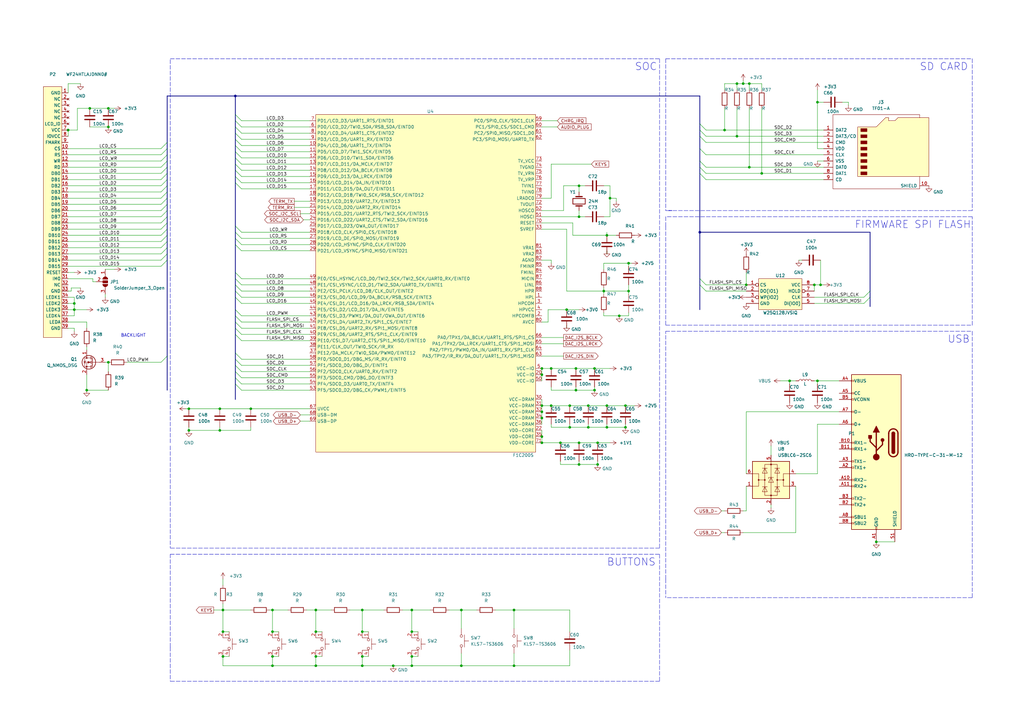
<source format=kicad_sch>
(kicad_sch (version 20211123) (generator eeschema)
  (paper "A3")
  (lib_symbols
    (symbol "Device:Crystal" (pin_numbers hide) (pin_names (offset 1.016) hide)
      (property "Reference" "Y" (at 0 3.81 0))
      (property "Value" "Crystal" (at 0 -3.81 0))
      (symbol "Crystal_1_1"
        (pin passive line (at -3.81 0 0) (length 1.27) (name "1") (number "1"))
        (pin passive line (at 3.81 0 180) (length 1.27) (name "2") (number "2"))
      )
    )
    (symbol "Device:Q_NMOS_DSG" (pin_names (offset 0) hide)
      (property "Reference" "Q" (at 5.08 1.27 0))
      (property "Value" "Q_NMOS_DSG" (at 5.08 -1.27 0))
      (symbol "Q_NMOS_DSG_1_1"
        (pin passive line (at 2.54 5.08 270) (length 2.54) (name "D") (number "1"))
        (pin passive line (at 2.54 -5.08 90) (length 2.54) (name "S") (number "2"))
        (pin input line (at -5.08 0 0) (length 2.54) (name "G") (number "3"))
      )
    )
    (symbol "Jumper:SolderJumper_3_Open" (pin_names (offset 0) hide)
      (property "Reference" "JP" (at -2.54 -2.54 0))
      (property "Value" "SolderJumper_3_Open" (at 0 2.794 0))
      (symbol "SolderJumper_3_Open_1_1"
        (pin passive line (at -5.08 0 0) (length 2.54) (name "A") (number "1"))
        (pin passive line (at 0 -3.81 90) (length 2.54) (name "C") (number "2"))
        (pin passive line (at 5.08 0 180) (length 2.54) (name "B") (number "3"))
      )
    )
    (symbol "power:+1V1" (power) (pin_names (offset 0))
      (property "Value" "+1V1" (at 0 3.556 0))
      (symbol "+1V1_1_1"
        (pin power_in line (at 0 0 90) (length 0) hide (name "+1V1") (number "1"))
      )
    )
    (symbol "power:+2V5" (power) (pin_names (offset 0))
      (property "Value" "+2V5" (at 0 3.556 0))
      (symbol "+2V5_1_1"
        (pin power_in line (at 0 0 90) (length 0) hide (name "+2V5") (number "1"))
      )
    )
    (symbol "power:+3V0" (power) (pin_names (offset 0))
      (property "Value" "+3V0" (at 0 3.556 0))
      (symbol "+3V0_1_1"
        (pin power_in line (at 0 0 90) (length 0) hide (name "+3V0") (number "1"))
      )
    )
    (symbol "power:+3V3" (power) (pin_names (offset 0))
      (property "Value" "+3V3" (at 0 3.556 0))
      (symbol "+3V3_1_1"
        (pin power_in line (at 0 0 90) (length 0) hide (name "+3V3") (number "1"))
      )
    )
    (symbol "power:GND" (power) (pin_names (offset 0))
      (property "Value" "GND" (at 0 -3.81 0))
      (symbol "GND_1_1"
        (pin power_in line (at 0 0 270) (length 0) hide (name "GND") (number "1"))
      )
    )
    (symbol "power:VBUS" (power) (pin_names (offset 0))
      (property "Value" "VBUS" (at 0 3.81 0))
      (symbol "VBUS_1_1"
        (pin power_in line (at 0 0 90) (length 0) hide (name "VBUS") (number "1"))
      )
    )
    (symbol "rlib_buttons:TS-1010-C-A" (pin_numbers hide) (pin_names (offset 1.016) hide)
      (property "Reference" "SW" (at 1.27 2.54 0))
      (property "Value" "TS-1010-C-A" (at 0 -2.54 0))
      (symbol "TS-1010-C-A_0_1"
        (pin passive line (at -5.08 0 0) (length 2.54) (name "1") (number "1"))
        (pin passive line (at 5.08 0 180) (length 2.54) (name "2") (number "2"))
      )
    )
    (symbol "rlib_buttons:TS-1157-X-A" (pin_names (offset 1.016) hide)
      (property "Reference" "SW" (at 2.54 6.35 0))
      (property "Value" "TS-1157-X-A" (at 0 -3.175 0))
      (symbol "TS-1157-X-A_0_1"
        (pin passive line (at -5.08 2.54 0) (length 2.54) (name "1") (number "1"))
        (pin passive line (at -5.08 0 0) (length 2.54) (name "2") (number "2"))
        (pin passive line (at 5.08 0 180) (length 2.54) (name "K") (number "3"))
        (pin passive line (at 5.08 2.54 180) (length 2.54) (name "A") (number "4"))
      )
    )
    (symbol "rlib_connectors:HRO-TYPE-C-31-M-12" (pin_names (offset 1.016))
      (property "Reference" "P" (at -10.16 29.21 0))
      (property "Value" "HRO-TYPE-C-31-M-12" (at 26.67 29.21 0))
      (symbol "HRO-TYPE-C-31-M-12_1_1"
        (pin passive line (at 0 -40.64 90) (length 5.08) (name "GND") (number "A1"))
        (pin bidirectional line (at 15.24 -15.24 180) (length 5.08) (name "RX2-") (number "A10"))
        (pin bidirectional line (at 15.24 -17.78 180) (length 5.08) (name "RX2+") (number "A11"))
        (pin passive line (at 0 -40.64 90) (length 5.08) hide (name "GND") (number "A12"))
        (pin bidirectional line (at 15.24 -10.16 180) (length 5.08) (name "TX1+") (number "A2"))
        (pin bidirectional line (at 15.24 -7.62 180) (length 5.08) (name "TX1-") (number "A3"))
        (pin passive line (at 15.24 25.4 180) (length 5.08) (name "VBUS") (number "A4"))
        (pin bidirectional line (at 15.24 20.32 180) (length 5.08) (name "CC") (number "A5"))
        (pin bidirectional line (at 15.24 7.62 180) (length 5.08) (name "D+") (number "A6"))
        (pin bidirectional line (at 15.24 12.7 180) (length 5.08) (name "D-") (number "A7"))
        (pin bidirectional line (at 15.24 -30.48 180) (length 5.08) (name "SBU1") (number "A8"))
        (pin passive line (at 15.24 25.4 180) (length 5.08) hide (name "VBUS") (number "A9"))
        (pin passive line (at 0 -40.64 90) (length 5.08) hide (name "GND") (number "B1"))
        (pin bidirectional line (at 15.24 0 180) (length 5.08) (name "RX1-") (number "B10"))
        (pin bidirectional line (at 15.24 -2.54 180) (length 5.08) (name "RX1+") (number "B11"))
        (pin passive line (at 0 -40.64 90) (length 5.08) hide (name "GND") (number "B12"))
        (pin bidirectional line (at 15.24 -25.4 180) (length 5.08) (name "TX2+") (number "B2"))
        (pin bidirectional line (at 15.24 -22.86 180) (length 5.08) (name "TX2-") (number "B3"))
        (pin passive line (at 15.24 25.4 180) (length 5.08) hide (name "VBUS") (number "B4"))
        (pin bidirectional line (at 15.24 17.78 180) (length 5.08) (name "VCONN") (number "B5"))
        (pin bidirectional line (at 15.24 -33.02 180) (length 5.08) (name "SBU2") (number "B8"))
        (pin passive line (at 15.24 25.4 180) (length 5.08) hide (name "VBUS") (number "B9"))
        (pin passive line (at -7.62 -40.64 90) (length 5.08) (name "SHIELD") (number "S1"))
      )
    )
    (symbol "rlib_connectors:TF01-A" (pin_names (offset 1.016))
      (property "Reference" "J" (at -16.51 15.24 0))
      (property "Value" "TF01-A" (at 7.62 -17.78 0))
      (symbol "TF01-A_1_1"
        (pin bidirectional line (at -22.86 7.62 0) (length 3.81) (name "DAT2") (number "1"))
        (pin passive line (at 20.32 -15.24 180) (length 3.81) (name "SHIELD") (number "10"))
        (pin bidirectional line (at -22.86 5.08 0) (length 3.81) (name "DAT3/CD") (number "2"))
        (pin input line (at -22.86 2.54 0) (length 3.81) (name "CMD") (number "3"))
        (pin power_in line (at -22.86 0 0) (length 3.81) (name "VDD") (number "4"))
        (pin input line (at -22.86 -2.54 0) (length 3.81) (name "CLX") (number "5"))
        (pin power_in line (at -22.86 -5.08 0) (length 3.81) (name "VSS") (number "6"))
        (pin bidirectional line (at -22.86 -7.62 0) (length 3.81) (name "DAT0") (number "7"))
        (pin bidirectional line (at -22.86 -10.16 0) (length 3.81) (name "DAT1") (number "8"))
        (pin passive line (at -22.86 -12.7 0) (length 3.81) (name "CD") (number "9"))
      )
    )
    (symbol "rlib_ic:F1C200S"
      (property "Reference" "U" (at 0 10.16 0))
      (property "Value" "F1C200S" (at 0 -132.08 0))
      (symbol "F1C200S_0_0"
        (pin input line (at 49.53 -67.31 180) (length 2.54) (name "HPL") (number "1"))
        (pin bidirectional line (at -45.72 -5.08 0) (length 2.54) (name "PD4/LCD_D6/UART1_TX/EINTD4") (number "10"))
        (pin bidirectional line (at -45.72 -7.62 0) (length 2.54) (name "PD5/LCD_D7/TWI1_SCK/EINTD5") (number "11"))
        (pin bidirectional line (at -45.72 -10.16 0) (length 2.54) (name "PD6/LCD_D10/TWI1_SDA/EINTD6") (number "12"))
        (pin bidirectional line (at -45.72 -12.7 0) (length 2.54) (name "PD7/LCD_D11/DA_MCLK/EINTD7") (number "13"))
        (pin bidirectional line (at -45.72 -15.24 0) (length 2.54) (name "PD8/LCD_D12/DA_BCLK/EINTD8") (number "14"))
        (pin bidirectional line (at -45.72 -17.78 0) (length 2.54) (name "PD9/LCD_D13/DA_LRCK/EINTD9") (number "15"))
        (pin bidirectional line (at -45.72 -20.32 0) (length 2.54) (name "PD10/LCD_D14/DA_IN/EINTD10") (number "16"))
        (pin bidirectional line (at -45.72 -22.86 0) (length 2.54) (name "PD11/LCD_D15/DA_OUT/EINTD11") (number "17"))
        (pin bidirectional line (at -45.72 -25.4 0) (length 2.54) (name "PD12/LCD_D18/TWI0_SCK/RSB_SCK/EINTD12") (number "18"))
        (pin bidirectional line (at -45.72 -27.94 0) (length 2.54) (name "PD13/LCD_D19/UART2_TX/EINTD13") (number "19"))
        (pin input line (at 49.53 -74.93 180) (length 2.54) (name "HPCOMFB") (number "2"))
        (pin power_in line (at 49.53 -99.06 180) (length 2.54) (name "VCC-IO") (number "20"))
        (pin bidirectional line (at -45.72 -30.48 0) (length 2.54) (name "PD14/LCD_D20/UART2_RX/EINTD14") (number "21"))
        (pin power_in line (at 49.53 -121.92 180) (length 2.54) (name "VDD-CORE") (number "22"))
        (pin bidirectional line (at -45.72 -33.02 0) (length 2.54) (name "PD15/LCD_D21/UART2_RTS/TWI2_SCK/EINTD15") (number "23"))
        (pin bidirectional line (at -45.72 -35.56 0) (length 2.54) (name "PD16/LCD_D22/UART2_CTS/TWI2_SDA/EINTD16") (number "24"))
        (pin bidirectional line (at -45.72 -38.1 0) (length 2.54) (name "PD17/LCD_D23/OWA_OUT/EINTD17") (number "25"))
        (pin bidirectional line (at -45.72 -40.64 0) (length 2.54) (name "PD18/LCD_CLK/SPI0_CS/EINTD18") (number "26"))
        (pin bidirectional line (at -45.72 -43.18 0) (length 2.54) (name "PD19/LCD_DE/SPI0_MOSI/EINTD19") (number "27"))
        (pin bidirectional line (at -45.72 -45.72 0) (length 2.54) (name "PD20/LCD_HSYNC/SPI0_CLK/EINTD20") (number "28"))
        (pin bidirectional line (at -45.72 -48.26 0) (length 2.54) (name "PD21/LCD_VSYNC/SPI0_MISO/EINTD21") (number "29"))
        (pin power_in line (at 49.53 -69.85 180) (length 2.54) (name "HPCOM") (number "3"))
        (pin power_in line (at 49.53 -109.22 180) (length 2.54) (name "VCC-DRAM") (number "30"))
        (pin power_in line (at 49.53 -111.76 180) (length 2.54) (name "VCC-DRAM") (number "31"))
        (pin power_in line (at 49.53 -114.3 180) (length 2.54) (name "VCC-DRAM") (number "32"))
        (pin power_in line (at 49.53 -39.37 180) (length 2.54) (name "SVREF") (number "33"))
        (pin power_in line (at 49.53 -116.84 180) (length 2.54) (name "VCC-DRAM") (number "34"))
        (pin power_in line (at 49.53 -124.46 180) (length 2.54) (name "VDD-CORE") (number "35"))
        (pin power_in line (at 49.53 -119.38 180) (length 2.54) (name "VCC-DRAM") (number "36"))
        (pin bidirectional line (at -45.72 -90.17 0) (length 2.54) (name "PE12/DA_MCLK/TWI0_SDA/PWM0/EINTE12") (number "37"))
        (pin bidirectional line (at -45.72 -87.63 0) (length 2.54) (name "PE11/CLK_OUT/TWI0_SCK/IR_RX") (number "38"))
        (pin bidirectional line (at -45.72 -85.09 0) (length 2.54) (name "PE10/CSI_D7/UART2_CTS/SPI1_MISO/EINTE10") (number "39"))
        (pin power_in line (at 49.53 -72.39 180) (length 2.54) (name "HPVCC") (number "4"))
        (pin bidirectional line (at -45.72 -82.55 0) (length 2.54) (name "PE9/CSI_D6/UART2_RTS/SPI1_CLK/EINTE9") (number "40"))
        (pin bidirectional line (at -45.72 -80.01 0) (length 2.54) (name "PE8/CSI_D5/UART2_RX/SPI1_MOSI/EINTE8") (number "41"))
        (pin bidirectional line (at -45.72 -77.47 0) (length 2.54) (name "PE7/CSI_D4/UART2_TX/SPI1_CS/EINTE7") (number "42"))
        (pin bidirectional line (at -45.72 -74.93 0) (length 2.54) (name "PE6/CSI_D3/PWM1/DA_OUT/OWA_OUT/EINTE6") (number "43"))
        (pin bidirectional line (at -45.72 -72.39 0) (length 2.54) (name "PE5/CSI_D2/LCD_D17/DA_IN/EINTE5") (number "44"))
        (pin bidirectional line (at -45.72 -69.85 0) (length 2.54) (name "PE4/CSI_D1/LCD_D16/DA_LRCK/RSB_SDA/EINTE4") (number "45"))
        (pin bidirectional line (at -45.72 -67.31 0) (length 2.54) (name "PE3/CSI_D0/LCD_D9/DA_BCLK/RSB_SCK/EINTE3") (number "46"))
        (pin bidirectional line (at -45.72 -64.77 0) (length 2.54) (name "PE2/CSI_PCLK/LCD_D8/CLK_OUT/EINTE2") (number "47"))
        (pin bidirectional line (at -45.72 -62.23 0) (length 2.54) (name "PE1/CSI_VSYNC/LCD_D1/TWI2_SDA/UART0_TX/EINTE1") (number "48"))
        (pin bidirectional line (at -45.72 -59.69 0) (length 2.54) (name "PE0/CSI_HSYNC/LCD_D0/TWI2_SCK/TWI2_SCK/UART0_RX/EINTE0") (number "49"))
        (pin power_in line (at 49.53 -96.52 180) (length 2.54) (name "VCC-IO") (number "5"))
        (pin power_in line (at 49.53 -101.6 180) (length 2.54) (name "VCC-IO") (number "50"))
        (pin input line (at 49.53 -34.29 180) (length 2.54) (name "HOSCI") (number "51"))
        (pin output line (at 49.53 -31.75 180) (length 2.54) (name "HOSCO") (number "52"))
        (pin bidirectional line (at -45.72 -105.41 0) (length 2.54) (name "PF5/SDC0_D2/DBG_CK/PWM1/EINTF5") (number "53"))
        (pin bidirectional line (at -45.72 -102.87 0) (length 2.54) (name "PF4/SDC0_D3/UART0_TX/EINTF4") (number "54"))
        (pin bidirectional line (at -45.72 -100.33 0) (length 2.54) (name "PF3/SDC0_CMD/DBG_DO/EINTF3") (number "55"))
        (pin bidirectional line (at -45.72 -97.79 0) (length 2.54) (name "PF2/SDC0_CLK/UART0_RX/EINTF2") (number "56"))
        (pin bidirectional line (at -45.72 -95.25 0) (length 2.54) (name "PF1/SDC0_D0/DBG_DI/EINTF1") (number "57"))
        (pin bidirectional line (at -45.72 -92.71 0) (length 2.54) (name "PF0/SDC0_D1/DBG_MS/IR_RX/EINTF0") (number "58"))
        (pin bidirectional line (at 49.53 5.08 180) (length 2.54) (name "PC0/SPI0_CLK/SDC1_CLK") (number "59"))
        (pin bidirectional line (at -45.72 2.54 0) (length 2.54) (name "PD0/LCD_D2/TWI0_SDA/RSB_SDA/EINTD0") (number "6"))
        (pin bidirectional line (at 49.53 2.54 180) (length 2.54) (name "PC1/SPI0_CS/SDC1_CMD") (number "60"))
        (pin bidirectional line (at 49.53 0 180) (length 2.54) (name "PC2/SPI0_MISO/SDC1_D0") (number "61"))
        (pin bidirectional line (at 49.53 -2.54 180) (length 2.54) (name "PC3/SPI0_MOSI/UART0_TX") (number "62"))
        (pin input line (at 49.53 -91.44 180) (length 2.54) (name "PA3/TPY2/IR_RX/DA_OUT/UART1_TX/SPI1_MISO") (number "63"))
        (pin bidirectional line (at 49.53 -88.9 180) (length 2.54) (name "PA2/TPY1/PWM0/DA_IN/UART1_RX/SP1_CLK") (number "64"))
        (pin bidirectional line (at 49.53 -86.36 180) (length 2.54) (name "PA1/TPX2/DA_LRCK/UART1_CTS/SPI1_MOSI") (number "65"))
        (pin bidirectional line (at 49.53 -83.82 180) (length 2.54) (name "PA0/TPX1/DA_BCLK/UART1_RTS/SPI1_CS") (number "66"))
        (pin power_in line (at -45.72 -113.03 0) (length 2.54) (name "UVCC") (number "67"))
        (pin bidirectional line (at -45.72 -115.57 0) (length 2.54) (name "USB-DM") (number "68"))
        (pin bidirectional line (at -45.72 -118.11 0) (length 2.54) (name "USB-DP") (number "69"))
        (pin bidirectional line (at -45.72 5.08 0) (length 2.54) (name "PD1/LCD_D3/UART1_RTS/EINTD1") (number "7"))
        (pin input line (at 49.53 -36.83 180) (length 2.54) (name "RESET") (number "70"))
        (pin power_in line (at 49.53 -127 180) (length 2.54) (name "VDD-CORE") (number "71"))
        (pin output line (at 49.53 -29.21 180) (length 2.54) (name "TVOUT") (number "72"))
        (pin power_in line (at 49.53 -11.43 180) (length 2.54) (name "TV_VCC") (number "73"))
        (pin power_in line (at 49.53 -13.97 180) (length 2.54) (name "TVGND") (number "74"))
        (pin input line (at 49.53 -16.51 180) (length 2.54) (name "TV_VRN") (number "75"))
        (pin input line (at 49.53 -19.05 180) (length 2.54) (name "TV_VRP") (number "76"))
        (pin input line (at 49.53 -21.59 180) (length 2.54) (name "TVIN1") (number "77"))
        (pin input line (at 49.53 -24.13 180) (length 2.54) (name "TVIN0") (number "78"))
        (pin input line (at 49.53 -26.67 180) (length 2.54) (name "LRADC0") (number "79"))
        (pin bidirectional line (at -45.72 0 0) (length 2.54) (name "PD2/LCD_D4/UART1_CTS/EINTD2") (number "8"))
        (pin power_in line (at 49.53 -77.47 180) (length 2.54) (name "AVCC") (number "80"))
        (pin input line (at 49.53 -46.99 180) (length 2.54) (name "VRA1") (number "81"))
        (pin power_in line (at 49.53 -52.07 180) (length 2.54) (name "AGND") (number "82"))
        (pin input line (at 49.53 -49.53 180) (length 2.54) (name "VRA2") (number "83"))
        (pin input line (at 49.53 -57.15 180) (length 2.54) (name "FMINL") (number "84"))
        (pin input line (at 49.53 -54.61 180) (length 2.54) (name "FMINR") (number "85"))
        (pin input line (at 49.53 -62.23 180) (length 2.54) (name "LINL") (number "86"))
        (pin input line (at 49.53 -59.69 180) (length 2.54) (name "MICIN") (number "87"))
        (pin input line (at 49.53 -64.77 180) (length 2.54) (name "HPR") (number "88"))
        (pin bidirectional line (at -45.72 -2.54 0) (length 2.54) (name "PD3/LCD_D5/UART1_RX/EINTD3") (number "9"))
      )
    )
    (symbol "rlib_ic:W25Q128JVSIQ"
      (property "Reference" "U" (at 0 3.81 0))
      (property "Value" "W25Q128JVSIQ" (at 0 -11.43 0))
      (symbol "W25Q128JVSIQ_0_0"
        (pin input inverted (at -13.97 0 0) (length 5.08) (name "CS") (number "1"))
        (pin bidirectional line (at -13.97 -2.54 0) (length 5.08) (name "DO(IO1)") (number "2"))
        (pin bidirectional inverted (at -13.97 -5.08 0) (length 5.08) (name "WP(IO2)") (number "3"))
        (pin power_in line (at -13.97 -7.62 0) (length 5.08) (name "GND") (number "4"))
        (pin bidirectional line (at 13.97 -7.62 180) (length 5.08) (name "DI(IO0)") (number "5"))
        (pin input line (at 13.97 -5.08 180) (length 5.08) (name "CLK") (number "6"))
        (pin bidirectional inverted (at 13.97 -2.54 180) (length 5.08) (name "HOLD") (number "7"))
        (pin power_in line (at 13.97 0 180) (length 5.08) (name "VCC") (number "8"))
      )
    )
    (symbol "rlib_lcd:WF24HTLAJDNN0#"
      (property "Reference" "P" (at 0 5.08 0))
      (property "Value" "WF24HTLAJDNN0#" (at 3.81 -101.6 0))
      (symbol "WF24HTLAJDNN0#_0_0"
        (pin power_in line (at -6.35 1.27 0) (length 2.54) (name "GND") (number "1"))
        (pin input line (at -6.35 -21.59 0) (length 2.54) (name "CS") (number "10"))
        (pin input line (at -6.35 -24.13 0) (length 2.54) (name "RS") (number "11"))
        (pin input line (at -6.35 -26.67 0) (length 2.54) (name "WR") (number "12"))
        (pin input line (at -6.35 -29.21 0) (length 2.54) (name "RD") (number "13"))
        (pin bidirectional line (at -6.35 -31.75 0) (length 2.54) (name "DB0") (number "14"))
        (pin bidirectional line (at -6.35 -34.29 0) (length 2.54) (name "DB1") (number "15"))
        (pin bidirectional line (at -6.35 -36.83 0) (length 2.54) (name "DB2") (number "16"))
        (pin bidirectional line (at -6.35 -39.37 0) (length 2.54) (name "DB3") (number "17"))
        (pin bidirectional line (at -6.35 -41.91 0) (length 2.54) (name "DB4") (number "18"))
        (pin bidirectional line (at -6.35 -44.45 0) (length 2.54) (name "DB5") (number "19"))
        (pin no_connect line (at -6.35 -1.27 0) (length 2.54) (name "NC") (number "2"))
        (pin bidirectional line (at -6.35 -46.99 0) (length 2.54) (name "DB6") (number "20"))
        (pin bidirectional line (at -6.35 -49.53 0) (length 2.54) (name "DB7") (number "21"))
        (pin bidirectional line (at -6.35 -52.07 0) (length 2.54) (name "DB8") (number "22"))
        (pin bidirectional line (at -6.35 -54.61 0) (length 2.54) (name "DB9") (number "23"))
        (pin bidirectional line (at -6.35 -57.15 0) (length 2.54) (name "DB10") (number "24"))
        (pin bidirectional line (at -6.35 -59.69 0) (length 2.54) (name "DB11") (number "25"))
        (pin bidirectional line (at -6.35 -62.23 0) (length 2.54) (name "DB12") (number "26"))
        (pin bidirectional line (at -6.35 -64.77 0) (length 2.54) (name "DB13") (number "27"))
        (pin bidirectional line (at -6.35 -67.31 0) (length 2.54) (name "DB14") (number "28"))
        (pin bidirectional line (at -6.35 -69.85 0) (length 2.54) (name "DB15") (number "29"))
        (pin no_connect line (at -6.35 -3.81 0) (length 2.54) (name "NC") (number "3"))
        (pin input line (at -6.35 -72.39 0) (length 2.54) (name "RESET") (number "30"))
        (pin input line (at -6.35 -74.93 0) (length 2.54) (name "IM0") (number "31"))
        (pin bidirectional line (at -6.35 -77.47 0) (length 2.54) (name "NC") (number "32"))
        (pin power_in line (at -6.35 -80.01 0) (length 2.54) (name "GND") (number "33"))
        (pin power_in line (at -6.35 -82.55 0) (length 2.54) (name "LEDK1") (number "34"))
        (pin power_in line (at -6.35 -85.09 0) (length 2.54) (name "LEDK2") (number "35"))
        (pin power_in line (at -6.35 -87.63 0) (length 2.54) (name "LEDK3") (number "36"))
        (pin power_in line (at -6.35 -90.17 0) (length 2.54) (name "LEDK4") (number "37"))
        (pin power_in line (at -6.35 -92.71 0) (length 2.54) (name "LEDA") (number "38"))
        (pin power_in line (at -6.35 -95.25 0) (length 2.54) (name "GND") (number "39"))
        (pin no_connect line (at -6.35 -6.35 0) (length 2.54) (name "NC") (number "4"))
        (pin no_connect line (at -6.35 -8.89 0) (length 2.54) (name "NC") (number "5"))
        (pin no_connect line (at -6.35 -11.43 0) (length 2.54) (name "LCD_ID") (number "6"))
        (pin power_in line (at -6.35 -13.97 0) (length 2.54) (name "VCC") (number "7"))
        (pin power_in line (at -6.35 -16.51 0) (length 2.54) (name "IOVCC") (number "8"))
        (pin output line (at -6.35 -19.05 0) (length 2.54) (name "FMARK") (number "9"))
      )
    )
    (symbol "rlib_passive:C" (pin_numbers hide) (pin_names (offset 0.254))
      (property "Reference" "C" (at 0.635 2.54 0))
      (property "Value" "C" (at 0.635 -2.54 0))
      (symbol "C_1_1"
        (pin passive line (at 0 3.81 270) (length 2.794) (name "~") (number "1"))
        (pin passive line (at 0 -3.81 90) (length 2.794) (name "~") (number "2"))
      )
    )
    (symbol "rlib_passive:L" (pin_numbers hide) (pin_names (offset 1.016) hide)
      (property "Reference" "L" (at -1.27 0 90))
      (property "Value" "L" (at 1.905 0 90))
      (symbol "L_1_1"
        (pin passive line (at 0 3.81 270) (length 1.27) (name "1") (number "1"))
        (pin passive line (at 0 -3.81 90) (length 1.27) (name "2") (number "2"))
      )
    )
    (symbol "rlib_passive:R" (pin_numbers hide) (pin_names (offset 0))
      (property "Reference" "R" (at 2.032 0 90))
      (property "Value" "R" (at 0 0 90))
      (symbol "R_1_1"
        (pin passive line (at 0 3.81 270) (length 1.27) (name "~") (number "1"))
        (pin passive line (at 0 -3.81 90) (length 1.27) (name "~") (number "2"))
      )
    )
    (symbol "rlib_passive:USBLC6-2SC6" (pin_names hide)
      (property "Reference" "U" (at 2.54 8.89 0))
      (property "Value" "USBLC6-2SC6" (at 2.54 -8.89 0))
      (symbol "USBLC6-2SC6_1_1"
        (pin passive line (at -10.16 -2.54 0) (length 2.54) (name "I/O1") (number "1"))
        (pin passive line (at 0 -10.16 90) (length 2.54) (name "GND") (number "2"))
        (pin passive line (at 10.16 -2.54 180) (length 2.54) (name "I/O2") (number "3"))
        (pin passive line (at 10.16 2.54 180) (length 2.54) (name "I/O2") (number "4"))
        (pin passive line (at 0 10.16 270) (length 2.54) (name "VBUS") (number "5"))
        (pin passive line (at -10.16 2.54 0) (length 2.54) (name "I/O1") (number "6"))
      )
    )
  )
  (junction (at 129.54 250.19))
  (junction (at 77.47 167.64))
  (junction (at 256.54 175.26))
  (junction (at 237.49 88.9))
  (junction (at 335.28 156.21))
  (junction (at 237.49 76.2))
  (junction (at 91.44 269.24))
  (junction (at 334.01 116.84))
  (junction (at 297.18 53.34))
  (junction (at 257.81 107.95))
  (junction (at 168.91 259.08))
  (junction (at 91.44 259.08))
  (junction (at 245.11 190.5))
  (junction (at 250.19 81.28))
  (junction (at 44.45 148.59))
  (junction (at 243.84 151.13))
  (junction (at 237.49 190.5))
  (junction (at 336.55 116.84))
  (junction (at 226.06 166.37))
  (junction (at 222.25 151.13))
  (junction (at 30.48 127))
  (junction (at 287.02 95.25))
  (junction (at 189.23 250.19))
  (junction (at 222.25 166.37))
  (junction (at 241.3 175.26))
  (junction (at 35.56 160.02))
  (junction (at 44.45 44.45))
  (junction (at 168.91 250.19))
  (junction (at 111.76 250.19))
  (junction (at 168.91 269.24))
  (junction (at 102.87 167.64))
  (junction (at 148.59 269.24))
  (junction (at 306.07 116.84))
  (junction (at 248.92 96.52))
  (junction (at 27.94 53.34))
  (junction (at 91.44 250.19))
  (junction (at 323.85 156.21))
  (junction (at 307.34 68.58))
  (junction (at 129.54 269.24))
  (junction (at 254 129.54))
  (junction (at 222.25 171.45))
  (junction (at 247.65 119.38))
  (junction (at 222.25 179.07))
  (junction (at 129.54 273.05))
  (junction (at 307.34 34.29))
  (junction (at 312.42 71.12))
  (junction (at 148.59 250.19))
  (junction (at 304.8 34.29))
  (junction (at 302.26 55.88))
  (junction (at 222.25 181.61))
  (junction (at 226.06 151.13))
  (junction (at 44.45 52.07))
  (junction (at 248.92 166.37))
  (junction (at 30.48 124.46))
  (junction (at 243.84 160.02))
  (junction (at 359.41 222.25))
  (junction (at 232.41 127))
  (junction (at 77.47 176.53))
  (junction (at 111.76 269.24))
  (junction (at 189.23 273.05))
  (junction (at 36.83 44.45))
  (junction (at 96.52 39.37))
  (junction (at 245.11 181.61))
  (junction (at 302.26 34.29))
  (junction (at 236.22 160.02))
  (junction (at 148.59 273.05))
  (junction (at 129.54 259.08))
  (junction (at 222.25 153.67))
  (junction (at 148.59 259.08))
  (junction (at 111.76 259.08))
  (junction (at 168.91 273.05))
  (junction (at 210.82 250.19))
  (junction (at 236.22 151.13))
  (junction (at 233.68 175.26))
  (junction (at 257.81 119.38))
  (junction (at 210.82 273.05))
  (junction (at 256.54 166.37))
  (junction (at 248.92 175.26))
  (junction (at 161.29 273.05))
  (junction (at 241.3 166.37))
  (junction (at 90.17 167.64))
  (junction (at 335.28 41.91))
  (junction (at 222.25 168.91))
  (junction (at 237.49 181.61))
  (junction (at 233.68 166.37))
  (junction (at 90.17 176.53))
  (junction (at 229.87 181.61))
  (junction (at 111.76 273.05))
  (bus_entry (at 68.58 96.52) (size -2.54 2.54))
  (bus_entry (at 68.58 91.44) (size -2.54 2.54))
  (bus_entry (at 68.58 68.58) (size -2.54 2.54))
  (bus_entry (at 68.58 73.66) (size -2.54 2.54))
  (bus_entry (at 287.02 114.3) (size 2.54 2.54))
  (bus_entry (at 287.02 53.34) (size 2.54 2.54))
  (bus_entry (at 68.58 86.36) (size -2.54 2.54))
  (bus_entry (at 96.52 49.53) (size 2.54 2.54))
  (bus_entry (at 68.58 58.42) (size -2.54 2.54))
  (bus_entry (at 96.52 46.99) (size 2.54 2.54))
  (bus_entry (at 68.58 88.9) (size -2.54 2.54))
  (bus_entry (at 96.52 157.48) (size 2.54 2.54))
  (bus_entry (at 68.58 71.12) (size -2.54 2.54))
  (bus_entry (at 96.52 67.31) (size 2.54 2.54))
  (bus_entry (at 96.52 57.15) (size 2.54 2.54))
  (bus_entry (at 287.02 50.8) (size 2.54 2.54))
  (bus_entry (at 287.02 68.58) (size 2.54 2.54))
  (bus_entry (at 287.02 55.88) (size 2.54 2.54))
  (bus_entry (at 68.58 78.74) (size -2.54 2.54))
  (bus_entry (at 68.58 83.82) (size -2.54 2.54))
  (bus_entry (at 68.58 101.6) (size -2.54 2.54))
  (bus_entry (at 356.87 119.38) (size -2.54 2.54))
  (bus_entry (at 68.58 146.05) (size -2.54 2.54))
  (bus_entry (at 68.58 76.2) (size -2.54 2.54))
  (bus_entry (at 96.52 111.76) (size 2.54 2.54))
  (bus_entry (at 96.52 132.08) (size 2.54 2.54))
  (bus_entry (at 96.52 129.54) (size 2.54 2.54))
  (bus_entry (at 68.58 93.98) (size -2.54 2.54))
  (bus_entry (at 96.52 149.86) (size 2.54 2.54))
  (bus_entry (at 287.02 60.96) (size 2.54 2.54))
  (bus_entry (at 356.87 121.92) (size -2.54 2.54))
  (bus_entry (at 68.58 99.06) (size -2.54 2.54))
  (bus_entry (at 68.58 104.14) (size -2.54 2.54))
  (bus_entry (at 287.02 116.84) (size 2.54 2.54))
  (bus_entry (at 287.02 71.12) (size 2.54 2.54))
  (bus_entry (at 96.52 54.61) (size 2.54 2.54))
  (bus_entry (at 68.58 60.96) (size -2.54 2.54))
  (bus_entry (at 68.58 66.04) (size -2.54 2.54))
  (bus_entry (at 96.52 121.92) (size 2.54 2.54))
  (bus_entry (at 96.52 100.33) (size 2.54 2.54))
  (bus_entry (at 96.52 97.79) (size 2.54 2.54))
  (bus_entry (at 96.52 95.25) (size 2.54 2.54))
  (bus_entry (at 96.52 92.71) (size 2.54 2.54))
  (bus_entry (at 96.52 74.93) (size 2.54 2.54))
  (bus_entry (at 96.52 72.39) (size 2.54 2.54))
  (bus_entry (at 96.52 69.85) (size 2.54 2.54))
  (bus_entry (at 96.52 116.84) (size 2.54 2.54))
  (bus_entry (at 96.52 119.38) (size 2.54 2.54))
  (bus_entry (at 96.52 152.4) (size 2.54 2.54))
  (bus_entry (at 96.52 147.32) (size 2.54 2.54))
  (bus_entry (at 96.52 154.94) (size 2.54 2.54))
  (bus_entry (at 96.52 144.78) (size 2.54 2.54))
  (bus_entry (at 96.52 134.62) (size 2.54 2.54))
  (bus_entry (at 68.58 63.5) (size -2.54 2.54))
  (bus_entry (at 96.52 137.16) (size 2.54 2.54))
  (bus_entry (at 96.52 64.77) (size 2.54 2.54))
  (bus_entry (at 96.52 62.23) (size 2.54 2.54))
  (bus_entry (at 96.52 114.3) (size 2.54 2.54))
  (bus_entry (at 96.52 52.07) (size 2.54 2.54))
  (bus_entry (at 68.58 106.68) (size -2.54 2.54))
  (bus_entry (at 68.58 81.28) (size -2.54 2.54))
  (bus_entry (at 96.52 59.69) (size 2.54 2.54))
  (bus_entry (at 287.02 66.04) (size 2.54 2.54))
  (bus_entry (at 96.52 127) (size 2.54 2.54))
  (polyline (pts (xy 69.85 24.13) (xy 270.51 24.13)))
  (wire (pts (xy 210.82 250.19) (xy 233.68 250.19)))
  (wire (pts (xy 248.92 102.87) (xy 248.92 104.14)))
  (wire (pts (xy 250.19 81.28) (xy 250.19 76.2)))
  (wire (pts (xy 99.06 77.47) (xy 127 77.47)))
  (wire (pts (xy 38.1 115.57) (xy 38.1 114.3)))
  (wire (pts (xy 257.81 128.27) (xy 257.81 129.54)))
  (wire (pts (xy 120.65 82.55) (xy 127 82.55)))
  (wire (pts (xy 29.21 118.11) (xy 33.02 118.11)))
  (wire (pts (xy 168.91 250.19) (xy 168.91 259.08)))
  (wire (pts (xy 44.45 148.59) (xy 44.45 152.4)))
  (bus (pts (xy 96.52 97.79) (xy 96.52 100.33)))
  (bus (pts (xy 68.58 63.5) (xy 68.58 66.04)))
  (wire (pts (xy 99.06 102.87) (xy 127 102.87)))
  (wire (pts (xy 111.76 273.05) (xy 111.76 269.24)))
  (bus (pts (xy 287.02 55.88) (xy 287.02 60.96)))
  (wire (pts (xy 252.73 82.55) (xy 252.73 81.28)))
  (wire (pts (xy 99.06 95.25) (xy 127 95.25)))
  (wire (pts (xy 148.59 259.08) (xy 151.13 259.08)))
  (wire (pts (xy 335.28 173.99) (xy 344.17 173.99)))
  (wire (pts (xy 222.25 52.07) (xy 228.6 52.07)))
  (wire (pts (xy 222.25 151.13) (xy 226.06 151.13)))
  (bus (pts (xy 96.52 137.16) (xy 96.52 144.78)))
  (bus (pts (xy 68.58 78.74) (xy 68.58 81.28)))
  (wire (pts (xy 289.56 116.84) (xy 306.07 116.84)))
  (wire (pts (xy 245.11 190.5) (xy 237.49 190.5)))
  (wire (pts (xy 27.94 129.54) (xy 30.48 129.54)))
  (bus (pts (xy 96.52 100.33) (xy 96.52 111.76)))
  (wire (pts (xy 76.2 167.64) (xy 77.47 167.64)))
  (bus (pts (xy 68.58 101.6) (xy 68.58 104.14)))
  (wire (pts (xy 316.23 207.01) (xy 316.23 208.28)))
  (wire (pts (xy 38.1 114.3) (xy 27.94 114.3)))
  (bus (pts (xy 68.58 88.9) (xy 68.58 91.44)))
  (bus (pts (xy 356.87 121.92) (xy 356.87 125.73)))
  (bus (pts (xy 68.58 146.05) (xy 68.58 160.02)))
  (bus (pts (xy 96.52 157.48) (xy 96.52 163.83)))
  (wire (pts (xy 241.3 175.26) (xy 233.68 175.26)))
  (wire (pts (xy 99.06 157.48) (xy 127 157.48)))
  (wire (pts (xy 326.39 199.39) (xy 326.39 218.44)))
  (bus (pts (xy 68.58 66.04) (xy 68.58 68.58)))
  (wire (pts (xy 306.07 194.31) (xy 306.07 168.91)))
  (bus (pts (xy 68.58 39.37) (xy 68.58 58.42)))
  (wire (pts (xy 226.06 160.02) (xy 226.06 158.75)))
  (wire (pts (xy 91.44 247.65) (xy 91.44 250.19)))
  (wire (pts (xy 248.92 95.25) (xy 248.92 96.52)))
  (polyline (pts (xy 69.85 181.61) (xy 69.85 24.13)))
  (wire (pts (xy 161.29 273.05) (xy 168.91 273.05)))
  (wire (pts (xy 99.06 72.39) (xy 127 72.39)))
  (bus (pts (xy 96.52 72.39) (xy 96.52 74.93)))
  (wire (pts (xy 99.06 116.84) (xy 127 116.84)))
  (wire (pts (xy 237.49 86.36) (xy 237.49 88.9)))
  (wire (pts (xy 35.56 134.62) (xy 35.56 132.08)))
  (wire (pts (xy 36.83 52.07) (xy 44.45 52.07)))
  (wire (pts (xy 33.02 34.29) (xy 27.94 34.29)))
  (bus (pts (xy 96.52 49.53) (xy 96.52 52.07)))
  (wire (pts (xy 257.81 116.84) (xy 257.81 119.38)))
  (bus (pts (xy 96.52 132.08) (xy 96.52 134.62)))
  (wire (pts (xy 245.11 181.61) (xy 250.19 181.61)))
  (wire (pts (xy 237.49 190.5) (xy 237.49 189.23)))
  (wire (pts (xy 335.28 36.83) (xy 335.28 41.91)))
  (wire (pts (xy 189.23 250.19) (xy 195.58 250.19)))
  (polyline (pts (xy 398.78 88.9) (xy 273.05 88.9)))
  (wire (pts (xy 148.59 273.05) (xy 161.29 273.05)))
  (wire (pts (xy 44.45 44.45) (xy 46.99 44.45)))
  (bus (pts (xy 68.58 93.98) (xy 68.58 96.52)))
  (bus (pts (xy 287.02 95.25) (xy 287.02 114.3)))
  (wire (pts (xy 27.94 88.9) (xy 66.04 88.9)))
  (wire (pts (xy 27.94 53.34) (xy 27.94 55.88)))
  (wire (pts (xy 236.22 151.13) (xy 243.84 151.13)))
  (wire (pts (xy 168.91 250.19) (xy 176.53 250.19)))
  (wire (pts (xy 148.59 250.19) (xy 157.48 250.19)))
  (wire (pts (xy 302.26 34.29) (xy 304.8 34.29)))
  (wire (pts (xy 222.25 153.67) (xy 222.25 156.21)))
  (wire (pts (xy 99.06 147.32) (xy 127 147.32)))
  (wire (pts (xy 189.23 257.81) (xy 189.23 250.19)))
  (wire (pts (xy 241.3 173.99) (xy 241.3 175.26)))
  (wire (pts (xy 129.54 250.19) (xy 129.54 259.08)))
  (bus (pts (xy 287.02 116.84) (xy 287.02 127)))
  (wire (pts (xy 27.94 104.14) (xy 66.04 104.14)))
  (wire (pts (xy 252.73 81.28) (xy 250.19 81.28)))
  (wire (pts (xy 226.06 107.95) (xy 226.06 106.68)))
  (wire (pts (xy 242.57 67.31) (xy 226.06 67.31)))
  (bus (pts (xy 287.02 53.34) (xy 287.02 55.88)))
  (bus (pts (xy 96.52 134.62) (xy 96.52 137.16)))
  (wire (pts (xy 77.47 176.53) (xy 90.17 176.53)))
  (wire (pts (xy 248.92 166.37) (xy 256.54 166.37)))
  (wire (pts (xy 102.87 176.53) (xy 102.87 175.26)))
  (wire (pts (xy 222.25 181.61) (xy 229.87 181.61)))
  (wire (pts (xy 120.65 85.09) (xy 127 85.09)))
  (wire (pts (xy 345.44 41.91) (xy 347.98 41.91)))
  (wire (pts (xy 304.8 218.44) (xy 326.39 218.44)))
  (polyline (pts (xy 273.05 88.9) (xy 273.05 92.71)))
  (wire (pts (xy 334.01 116.84) (xy 334.01 119.38)))
  (wire (pts (xy 337.82 41.91) (xy 335.28 41.91)))
  (wire (pts (xy 247.65 110.49) (xy 247.65 107.95)))
  (bus (pts (xy 287.02 71.12) (xy 287.02 95.25)))
  (wire (pts (xy 243.84 151.13) (xy 250.19 151.13)))
  (wire (pts (xy 35.56 160.02) (xy 44.45 160.02)))
  (wire (pts (xy 30.48 134.62) (xy 27.94 134.62)))
  (bus (pts (xy 287.02 114.3) (xy 287.02 116.84)))
  (wire (pts (xy 256.54 173.99) (xy 256.54 175.26)))
  (bus (pts (xy 96.52 147.32) (xy 96.52 149.86)))
  (wire (pts (xy 30.48 127) (xy 35.56 127)))
  (wire (pts (xy 27.94 83.82) (xy 66.04 83.82)))
  (wire (pts (xy 307.34 34.29) (xy 312.42 34.29)))
  (bus (pts (xy 356.87 95.25) (xy 356.87 119.38)))
  (wire (pts (xy 27.94 127) (xy 30.48 127)))
  (wire (pts (xy 237.49 76.2) (xy 231.14 76.2)))
  (bus (pts (xy 356.87 119.38) (xy 356.87 121.92)))
  (wire (pts (xy 114.3 269.24) (xy 111.76 269.24)))
  (wire (pts (xy 30.48 124.46) (xy 27.94 124.46)))
  (wire (pts (xy 226.06 160.02) (xy 236.22 160.02)))
  (bus (pts (xy 96.52 127) (xy 96.52 129.54)))
  (wire (pts (xy 233.68 266.7) (xy 233.68 273.05)))
  (wire (pts (xy 30.48 135.89) (xy 30.48 134.62)))
  (wire (pts (xy 226.06 67.31) (xy 226.06 81.28)))
  (wire (pts (xy 247.65 119.38) (xy 247.65 120.65)))
  (wire (pts (xy 336.55 116.84) (xy 337.82 116.84)))
  (polyline (pts (xy 69.85 265.43) (xy 69.85 279.4)))
  (wire (pts (xy 123.19 170.18) (xy 127 170.18)))
  (wire (pts (xy 29.21 119.38) (xy 29.21 118.11)))
  (wire (pts (xy 226.06 151.13) (xy 236.22 151.13)))
  (wire (pts (xy 99.06 69.85) (xy 127 69.85)))
  (wire (pts (xy 237.49 127) (xy 232.41 127)))
  (wire (pts (xy 27.94 66.04) (xy 66.04 66.04)))
  (wire (pts (xy 248.92 173.99) (xy 248.92 175.26)))
  (wire (pts (xy 132.08 269.24) (xy 129.54 269.24)))
  (wire (pts (xy 297.18 34.29) (xy 302.26 34.29)))
  (wire (pts (xy 250.19 76.2) (xy 247.65 76.2)))
  (wire (pts (xy 222.25 146.05) (xy 231.14 146.05)))
  (wire (pts (xy 297.18 36.83) (xy 297.18 34.29)))
  (wire (pts (xy 168.91 259.08) (xy 171.45 259.08)))
  (wire (pts (xy 245.11 189.23) (xy 245.11 190.5)))
  (wire (pts (xy 52.07 148.59) (xy 66.04 148.59)))
  (wire (pts (xy 99.06 119.38) (xy 127 119.38)))
  (wire (pts (xy 99.06 121.92) (xy 127 121.92)))
  (wire (pts (xy 250.19 88.9) (xy 250.19 81.28)))
  (wire (pts (xy 87.63 250.19) (xy 91.44 250.19)))
  (bus (pts (xy 96.52 52.07) (xy 96.52 54.61)))
  (wire (pts (xy 27.94 71.12) (xy 66.04 71.12)))
  (bus (pts (xy 287.02 60.96) (xy 287.02 66.04)))
  (wire (pts (xy 165.1 250.19) (xy 168.91 250.19)))
  (wire (pts (xy 30.48 129.54) (xy 30.48 127)))
  (wire (pts (xy 36.83 44.45) (xy 44.45 44.45)))
  (wire (pts (xy 27.94 91.44) (xy 66.04 91.44)))
  (wire (pts (xy 247.65 129.54) (xy 247.65 128.27)))
  (wire (pts (xy 27.94 101.6) (xy 66.04 101.6)))
  (wire (pts (xy 224.79 132.08) (xy 222.25 132.08)))
  (wire (pts (xy 222.25 138.43) (xy 231.14 138.43)))
  (wire (pts (xy 334.01 116.84) (xy 336.55 116.84)))
  (polyline (pts (xy 270.51 224.79) (xy 69.85 224.79)))
  (wire (pts (xy 77.47 175.26) (xy 77.47 176.53)))
  (wire (pts (xy 241.3 166.37) (xy 248.92 166.37)))
  (wire (pts (xy 99.06 100.33) (xy 127 100.33)))
  (wire (pts (xy 27.94 60.96) (xy 66.04 60.96)))
  (wire (pts (xy 229.87 190.5) (xy 229.87 189.23)))
  (bus (pts (xy 96.52 111.76) (xy 96.52 114.3)))
  (wire (pts (xy 259.08 107.95) (xy 257.81 107.95)))
  (wire (pts (xy 302.26 44.45) (xy 302.26 55.88)))
  (bus (pts (xy 96.52 64.77) (xy 96.52 67.31)))
  (wire (pts (xy 30.48 127) (xy 30.48 124.46)))
  (wire (pts (xy 43.18 110.49) (xy 46.99 110.49)))
  (bus (pts (xy 287.02 50.8) (xy 287.02 53.34)))
  (wire (pts (xy 289.56 55.88) (xy 302.26 55.88)))
  (polyline (pts (xy 398.78 24.13) (xy 398.78 86.36)))
  (bus (pts (xy 287.02 95.25) (xy 356.87 95.25)))
  (wire (pts (xy 99.06 139.7) (xy 127 139.7)))
  (wire (pts (xy 99.06 160.02) (xy 127 160.02)))
  (wire (pts (xy 35.56 142.24) (xy 35.56 143.51)))
  (wire (pts (xy 91.44 250.19) (xy 91.44 259.08)))
  (wire (pts (xy 222.25 168.91) (xy 222.25 171.45)))
  (wire (pts (xy 210.82 267.97) (xy 210.82 273.05)))
  (polyline (pts (xy 270.51 24.13) (xy 270.51 224.79)))
  (wire (pts (xy 233.68 259.08) (xy 233.68 250.19)))
  (wire (pts (xy 234.95 91.44) (xy 234.95 96.52)))
  (wire (pts (xy 99.06 149.86) (xy 127 149.86)))
  (wire (pts (xy 237.49 76.2) (xy 240.03 76.2)))
  (wire (pts (xy 91.44 273.05) (xy 111.76 273.05)))
  (wire (pts (xy 91.44 237.49) (xy 91.44 240.03)))
  (wire (pts (xy 302.26 34.29) (xy 302.26 36.83)))
  (bus (pts (xy 287.02 39.37) (xy 287.02 50.8)))
  (bus (pts (xy 96.52 119.38) (xy 96.52 121.92)))
  (wire (pts (xy 252.73 96.52) (xy 248.92 96.52)))
  (wire (pts (xy 297.18 44.45) (xy 297.18 53.34)))
  (bus (pts (xy 96.52 114.3) (xy 96.52 116.84)))
  (wire (pts (xy 123.19 172.72) (xy 127 172.72)))
  (wire (pts (xy 27.94 63.5) (xy 66.04 63.5)))
  (wire (pts (xy 222.25 163.83) (xy 222.25 166.37)))
  (wire (pts (xy 99.06 152.4) (xy 127 152.4)))
  (wire (pts (xy 27.94 106.68) (xy 66.04 106.68)))
  (bus (pts (xy 96.52 57.15) (xy 96.52 59.69)))
  (wire (pts (xy 99.06 97.79) (xy 127 97.79)))
  (wire (pts (xy 257.81 107.95) (xy 257.81 109.22)))
  (bus (pts (xy 68.58 76.2) (xy 68.58 78.74)))
  (polyline (pts (xy 270.51 279.4) (xy 69.85 279.4)))
  (wire (pts (xy 102.87 250.19) (xy 91.44 250.19)))
  (wire (pts (xy 320.04 156.21) (xy 323.85 156.21)))
  (wire (pts (xy 222.25 151.13) (xy 222.25 153.67)))
  (wire (pts (xy 99.06 134.62) (xy 127 134.62)))
  (wire (pts (xy 110.49 250.19) (xy 111.76 250.19)))
  (bus (pts (xy 96.52 152.4) (xy 96.52 154.94)))
  (wire (pts (xy 99.06 114.3) (xy 127 114.3)))
  (wire (pts (xy 111.76 259.08) (xy 114.3 259.08)))
  (polyline (pts (xy 398.78 133.35) (xy 398.78 88.9)))
  (wire (pts (xy 326.39 194.31) (xy 335.28 194.31)))
  (wire (pts (xy 232.41 93.98) (xy 232.41 119.38)))
  (wire (pts (xy 289.56 71.12) (xy 312.42 71.12)))
  (wire (pts (xy 129.54 259.08) (xy 132.08 259.08)))
  (wire (pts (xy 289.56 73.66) (xy 337.82 73.66)))
  (wire (pts (xy 312.42 71.12) (xy 337.82 71.12)))
  (wire (pts (xy 99.06 132.08) (xy 127 132.08)))
  (wire (pts (xy 307.34 44.45) (xy 307.34 68.58)))
  (wire (pts (xy 289.56 58.42) (xy 337.82 58.42)))
  (wire (pts (xy 237.49 181.61) (xy 245.11 181.61)))
  (wire (pts (xy 248.92 175.26) (xy 241.3 175.26)))
  (wire (pts (xy 99.06 59.69) (xy 127 59.69)))
  (polyline (pts (xy 273.05 24.13) (xy 398.78 24.13)))
  (wire (pts (xy 184.15 250.19) (xy 189.23 250.19)))
  (wire (pts (xy 99.06 124.46) (xy 127 124.46)))
  (bus (pts (xy 287.02 66.04) (xy 287.02 68.58)))
  (wire (pts (xy 226.06 175.26) (xy 233.68 175.26)))
  (wire (pts (xy 111.76 273.05) (xy 129.54 273.05)))
  (wire (pts (xy 237.49 88.9) (xy 240.03 88.9)))
  (bus (pts (xy 68.58 58.42) (xy 68.58 60.96)))
  (bus (pts (xy 96.52 92.71) (xy 96.52 95.25)))
  (bus (pts (xy 68.58 96.52) (xy 68.58 99.06)))
  (bus (pts (xy 68.58 60.96) (xy 68.58 63.5)))
  (bus (pts (xy 96.52 154.94) (xy 96.52 157.48)))
  (bus (pts (xy 96.52 67.31) (xy 96.52 69.85)))
  (wire (pts (xy 168.91 269.24) (xy 168.91 273.05)))
  (wire (pts (xy 312.42 34.29) (xy 312.42 36.83)))
  (wire (pts (xy 99.06 52.07) (xy 127 52.07)))
  (wire (pts (xy 222.25 166.37) (xy 226.06 166.37)))
  (bus (pts (xy 96.52 95.25) (xy 96.52 97.79)))
  (wire (pts (xy 222.25 179.07) (xy 222.25 181.61)))
  (wire (pts (xy 27.94 111.76) (xy 30.48 111.76)))
  (polyline (pts (xy 273.05 237.49) (xy 273.05 245.11)))
  (wire (pts (xy 247.65 118.11) (xy 247.65 119.38)))
  (polyline (pts (xy 273.05 133.35) (xy 398.78 133.35)))
  (wire (pts (xy 99.06 54.61) (xy 127 54.61)))
  (wire (pts (xy 99.06 57.15) (xy 127 57.15)))
  (wire (pts (xy 307.34 34.29) (xy 307.34 36.83)))
  (wire (pts (xy 289.56 119.38) (xy 306.07 119.38)))
  (bus (pts (xy 96.52 59.69) (xy 96.52 62.23)))
  (wire (pts (xy 289.56 53.34) (xy 297.18 53.34)))
  (wire (pts (xy 327.66 106.68) (xy 328.93 106.68)))
  (wire (pts (xy 233.68 273.05) (xy 210.82 273.05)))
  (wire (pts (xy 256.54 175.26) (xy 248.92 175.26)))
  (polyline (pts (xy 69.85 265.43) (xy 69.85 227.33)))
  (wire (pts (xy 306.07 199.39) (xy 306.07 209.55)))
  (bus (pts (xy 96.52 129.54) (xy 96.52 132.08)))
  (wire (pts (xy 335.28 156.21) (xy 344.17 156.21)))
  (wire (pts (xy 27.94 73.66) (xy 66.04 73.66)))
  (wire (pts (xy 124.46 90.17) (xy 127 90.17)))
  (wire (pts (xy 99.06 129.54) (xy 127 129.54)))
  (wire (pts (xy 289.56 68.58) (xy 307.34 68.58)))
  (wire (pts (xy 39.37 115.57) (xy 38.1 115.57)))
  (wire (pts (xy 231.14 86.36) (xy 222.25 86.36)))
  (wire (pts (xy 243.84 160.02) (xy 236.22 160.02)))
  (wire (pts (xy 257.81 129.54) (xy 254 129.54)))
  (wire (pts (xy 35.56 153.67) (xy 35.56 160.02)))
  (wire (pts (xy 210.82 250.19) (xy 203.2 250.19)))
  (wire (pts (xy 27.94 68.58) (xy 66.04 68.58)))
  (bus (pts (xy 96.52 39.37) (xy 96.52 46.99)))
  (wire (pts (xy 335.28 156.21) (xy 335.28 157.48)))
  (polyline (pts (xy 274.32 86.36) (xy 275.59 86.36)))
  (wire (pts (xy 27.94 78.74) (xy 66.04 78.74)))
  (wire (pts (xy 229.87 181.61) (xy 237.49 181.61)))
  (wire (pts (xy 336.55 106.68) (xy 336.55 116.84)))
  (wire (pts (xy 295.91 218.44) (xy 297.18 218.44)))
  (wire (pts (xy 232.41 119.38) (xy 247.65 119.38)))
  (wire (pts (xy 335.28 60.96) (xy 337.82 60.96)))
  (bus (pts (xy 96.52 121.92) (xy 96.52 127)))
  (wire (pts (xy 27.94 86.36) (xy 66.04 86.36)))
  (wire (pts (xy 243.84 158.75) (xy 243.84 160.02)))
  (wire (pts (xy 335.28 194.31) (xy 335.28 173.99)))
  (bus (pts (xy 68.58 73.66) (xy 68.58 76.2)))
  (polyline (pts (xy 398.78 86.36) (xy 274.32 86.36)))
  (wire (pts (xy 27.94 53.34) (xy 31.75 53.34)))
  (wire (pts (xy 129.54 269.24) (xy 129.54 273.05)))
  (wire (pts (xy 347.98 43.18) (xy 347.98 41.91)))
  (wire (pts (xy 304.8 209.55) (xy 306.07 209.55)))
  (wire (pts (xy 226.06 81.28) (xy 222.25 81.28)))
  (wire (pts (xy 222.25 171.45) (xy 222.25 173.99)))
  (bus (pts (xy 68.58 99.06) (xy 68.58 101.6)))
  (wire (pts (xy 27.94 93.98) (xy 66.04 93.98)))
  (bus (pts (xy 68.58 106.68) (xy 68.58 146.05)))
  (wire (pts (xy 222.25 176.53) (xy 222.25 179.07)))
  (bus (pts (xy 96.52 46.99) (xy 96.52 49.53)))
  (wire (pts (xy 27.94 76.2) (xy 66.04 76.2)))
  (wire (pts (xy 334.01 156.21) (xy 335.28 156.21)))
  (wire (pts (xy 254 129.54) (xy 247.65 129.54)))
  (polyline (pts (xy 273.05 135.89) (xy 398.78 135.89)))
  (wire (pts (xy 323.85 156.21) (xy 323.85 157.48)))
  (bus (pts (xy 68.58 104.14) (xy 68.58 106.68)))
  (wire (pts (xy 295.91 209.55) (xy 297.18 209.55)))
  (wire (pts (xy 99.06 49.53) (xy 127 49.53)))
  (wire (pts (xy 256.54 166.37) (xy 260.35 166.37)))
  (wire (pts (xy 234.95 96.52) (xy 248.92 96.52)))
  (wire (pts (xy 99.06 154.94) (xy 127 154.94)))
  (wire (pts (xy 247.65 107.95) (xy 257.81 107.95)))
  (bus (pts (xy 96.52 69.85) (xy 96.52 72.39)))
  (wire (pts (xy 289.56 63.5) (xy 337.82 63.5)))
  (wire (pts (xy 168.91 273.05) (xy 189.23 273.05)))
  (wire (pts (xy 111.76 250.19) (xy 118.11 250.19)))
  (wire (pts (xy 123.19 87.63) (xy 127 87.63)))
  (wire (pts (xy 233.68 175.26) (xy 233.68 173.99)))
  (wire (pts (xy 222.25 93.98) (xy 232.41 93.98)))
  (wire (pts (xy 77.47 167.64) (xy 90.17 167.64)))
  (wire (pts (xy 304.8 33.02) (xy 304.8 34.29)))
  (wire (pts (xy 233.68 166.37) (xy 241.3 166.37)))
  (wire (pts (xy 306.07 111.76) (xy 306.07 116.84)))
  (wire (pts (xy 27.94 109.22) (xy 66.04 109.22)))
  (wire (pts (xy 222.25 91.44) (xy 234.95 91.44)))
  (wire (pts (xy 27.94 119.38) (xy 29.21 119.38)))
  (wire (pts (xy 316.23 182.88) (xy 316.23 186.69)))
  (wire (pts (xy 129.54 250.19) (xy 135.89 250.19)))
  (wire (pts (xy 232.41 133.35) (xy 232.41 134.62)))
  (wire (pts (xy 99.06 74.93) (xy 127 74.93)))
  (wire (pts (xy 247.65 119.38) (xy 257.81 119.38)))
  (polyline (pts (xy 270.51 227.33) (xy 270.51 279.4)))
  (wire (pts (xy 222.25 168.91) (xy 222.25 166.37)))
  (polyline (pts (xy 69.85 227.33) (xy 270.51 227.33)))
  (polyline (pts (xy 273.05 237.49) (xy 273.05 135.89)))
  (bus (pts (xy 96.52 54.61) (xy 96.52 57.15)))
  (wire (pts (xy 231.14 76.2) (xy 231.14 86.36)))
  (wire (pts (xy 210.82 257.81) (xy 210.82 250.19)))
  (wire (pts (xy 306.07 168.91) (xy 344.17 168.91)))
  (bus (pts (xy 68.58 91.44) (xy 68.58 93.98)))
  (wire (pts (xy 226.06 173.99) (xy 226.06 175.26)))
  (wire (pts (xy 302.26 55.88) (xy 337.82 55.88)))
  (wire (pts (xy 148.59 269.24) (xy 148.59 273.05)))
  (wire (pts (xy 90.17 167.64) (xy 102.87 167.64)))
  (bus (pts (xy 96.52 116.84) (xy 96.52 119.38)))
  (wire (pts (xy 222.25 140.97) (xy 231.14 140.97)))
  (wire (pts (xy 236.22 160.02) (xy 236.22 158.75)))
  (wire (pts (xy 226.06 106.68) (xy 222.25 106.68)))
  (wire (pts (xy 99.06 62.23) (xy 127 62.23)))
  (wire (pts (xy 30.48 121.92) (xy 30.48 124.46)))
  (wire (pts (xy 237.49 78.74) (xy 237.49 76.2)))
  (wire (pts (xy 127 167.64) (xy 102.87 167.64)))
  (wire (pts (xy 334.01 121.92) (xy 354.33 121.92)))
  (wire (pts (xy 27.94 81.28) (xy 66.04 81.28)))
  (wire (pts (xy 99.06 137.16) (xy 127 137.16)))
  (polyline (pts (xy 398.78 245.11) (xy 273.05 245.11)))
  (wire (pts (xy 226.06 166.37) (xy 233.68 166.37)))
  (wire (pts (xy 91.44 269.24) (xy 91.44 273.05)))
  (bus (pts (xy 96.52 149.86) (xy 96.52 152.4)))
  (wire (pts (xy 31.75 44.45) (xy 36.83 44.45)))
  (bus (pts (xy 287.02 68.58) (xy 287.02 71.12)))
  (polyline (pts (xy 398.78 135.89) (xy 398.78 245.11)))
  (wire (pts (xy 297.18 53.34) (xy 337.82 53.34)))
  (wire (pts (xy 102.87 176.53) (xy 90.17 176.53)))
  (wire (pts (xy 335.28 66.04) (xy 337.82 66.04)))
  (wire (pts (xy 91.44 269.24) (xy 93.98 269.24)))
  (wire (pts (xy 323.85 156.21) (xy 326.39 156.21)))
  (wire (pts (xy 99.06 64.77) (xy 127 64.77)))
  (wire (pts (xy 189.23 267.97) (xy 189.23 273.05)))
  (wire (pts (xy 143.51 250.19) (xy 148.59 250.19)))
  (polyline (pts (xy 273.05 92.71) (xy 273.05 133.35)))
  (wire (pts (xy 148.59 250.19) (xy 148.59 259.08)))
  (wire (pts (xy 91.44 259.08) (xy 93.98 259.08)))
  (wire (pts (xy 304.8 34.29) (xy 307.34 34.29)))
  (wire (pts (xy 247.65 88.9) (xy 250.19 88.9)))
  (wire (pts (xy 307.34 68.58) (xy 337.82 68.58)))
  (wire (pts (xy 90.17 176.53) (xy 90.17 175.26)))
  (wire (pts (xy 335.28 41.91) (xy 335.28 60.96)))
  (wire (pts (xy 168.91 269.24) (xy 171.45 269.24)))
  (wire (pts (xy 334.01 124.46) (xy 354.33 124.46)))
  (bus (pts (xy 68.58 68.58) (xy 68.58 71.12)))
  (bus (pts (xy 68.58 83.82) (xy 68.58 86.36)))
  (wire (pts (xy 31.75 53.34) (xy 31.75 44.45)))
  (wire (pts (xy 27.94 99.06) (xy 66.04 99.06)))
  (bus (pts (xy 68.58 39.37) (xy 96.52 39.37)))
  (wire (pts (xy 99.06 67.31) (xy 127 67.31)))
  (bus (pts (xy 96.52 62.23) (xy 96.52 64.77)))
  (wire (pts (xy 229.87 190.5) (xy 237.49 190.5)))
  (polyline (pts (xy 273.05 86.36) (xy 275.59 86.36)))
  (wire (pts (xy 237.49 88.9) (xy 222.25 88.9)))
  (wire (pts (xy 111.76 250.19) (xy 111.76 259.08)))
  (wire (pts (xy 27.94 34.29) (xy 27.94 38.1)))
  (wire (pts (xy 125.73 250.19) (xy 129.54 250.19)))
  (wire (pts (xy 312.42 44.45) (xy 312.42 71.12)))
  (bus (pts (xy 68.58 86.36) (xy 68.58 88.9)))
  (bus (pts (xy 96.52 144.78) (xy 96.52 147.32)))
  (polyline (pts (xy 273.05 24.13) (xy 273.05 86.36)))
  (wire (pts (xy 27.94 96.52) (xy 66.04 96.52)))
  (wire (pts (xy 43.18 120.65) (xy 43.18 121.92)))
  (wire (pts (xy 222.25 49.53) (xy 228.6 49.53)))
  (wire (pts (xy 129.54 273.05) (xy 148.59 273.05)))
  (wire (pts (xy 257.81 120.65) (xy 257.81 119.38)))
  (wire (pts (xy 210.82 273.05) (xy 189.23 273.05)))
  (polyline (pts (xy 69.85 182.88) (xy 69.85 224.79)))
  (wire (pts (xy 359.41 222.25) (xy 367.03 222.25)))
  (bus (pts (xy 96.52 74.93) (xy 96.52 92.71)))
  (wire (pts (xy 148.59 269.24) (xy 151.13 269.24)))
  (wire (pts (xy 35.56 132.08) (xy 27.94 132.08)))
  (bus (pts (xy 68.58 81.28) (xy 68.58 83.82)))
  (wire (pts (xy 232.41 127) (xy 224.79 127)))
  (wire (pts (xy 224.79 127) (xy 224.79 132.08)))
  (bus (pts (xy 68.58 71.12) (xy 68.58 73.66)))
  (wire (pts (xy 43.18 148.59) (xy 44.45 148.59)))
  (bus (pts (xy 96.52 39.37) (xy 287.02 39.37)))
  (wire (pts (xy 27.94 121.92) (xy 30.48 121.92)))
  (text "SD CARD" (at 377.19 29.21 0) (effects (font (size 3 3)) (justify left bottom)))
  (text "USB" (at 388.62 140.97 0) (effects (font (size 3 3)) (justify left bottom)))
  (text "FIRMWARE SPI FLASH\n" (at 350.52 93.98 0) (effects (font (size 3 3)) (justify left bottom)))
  (text "BUTTONS\n" (at 248.92 232.41 0) (effects (font (size 3 3)) (justify left bottom)))
  (text "BACKLIGHT\n" (at 49.53 138.43 0) (effects (font (size 1.27 1.27)) (justify left bottom)))
  (text "SOC" (at 260.35 29.21 0) (effects (font (size 3 3)) (justify left bottom)))
  (label "LCD_D12" (at 40.64 101.6 0))
  (label "LCD_CS" (at 110.49 102.87 0))
  (label "SDC_D3" (at 317.5 55.88 0))
  (label "LCD_PWM" (at 109.22 129.54 0))
  (label "LCD_D15" (at 40.64 109.22 0))
  (label "LCD_D0" (at 109.22 114.3 0))
  (label "LCD_CS" (at 40.64 60.96 0))
  (label "FLASH_SPI_MOSI" (at 337.82 124.46 0))
  (label "LCD_D16" (at 109.22 124.46 0))
  (label "FLASH_SPI_MOSI" (at 109.22 134.62 0))
  (label "LCD_RS" (at 40.64 63.5 0))
  (label "LCD_D4" (at 40.64 81.28 0))
  (label "LCD_D11" (at 40.64 99.06 0))
  (label "LCD_D15" (at 109.22 77.47 0))
  (label "LCD_D0" (at 40.64 71.12 0))
  (label "LCD_PWM" (at 52.07 148.59 0))
  (label "SDC_D2" (at 109.22 160.02 0))
  (label "LCD_D5" (at 109.22 57.15 0))
  (label "SDC_D3" (at 109.22 157.48 0))
  (label "LCD_RS" (at 110.49 97.79 0))
  (label "LCD_D11" (at 109.22 67.31 0))
  (label "LCD_D10" (at 109.22 64.77 0))
  (label "LCD_D7" (at 40.64 88.9 0))
  (label "LCD_D6" (at 109.22 59.69 0))
  (label "LCD_D3" (at 109.22 49.53 0))
  (label "LCD_RD" (at 110.49 100.33 0))
  (label "SDC_CLK" (at 109.22 152.4 0))
  (label "LCD_D1" (at 109.22 116.84 0))
  (label "LCD_D7" (at 109.22 62.23 0))
  (label "SDC_CLK" (at 317.5 63.5 0))
  (label "LCD_D2" (at 109.22 52.07 0))
  (label "SDC_D0" (at 109.22 149.86 0))
  (label "LCD_RD" (at 40.64 68.58 0))
  (label "SDC_D1" (at 317.5 71.12 0))
  (label "LCD_D13" (at 109.22 72.39 0))
  (label "LCD_WR" (at 110.49 95.25 0))
  (label "LCD_D14" (at 40.64 106.68 0))
  (label "SDC_D1" (at 109.22 147.32 0))
  (label "LCD_D8" (at 109.22 119.38 0))
  (label "LCD_D9" (at 40.64 93.98 0))
  (label "FLASH_SPI_CS" (at 290.83 116.84 0))
  (label "LCD_D2" (at 40.64 76.2 0))
  (label "LCD_D10" (at 40.64 96.52 0))
  (label "FLASH_SPI_MISO" (at 290.83 119.38 0))
  (label "LCD_D13" (at 40.64 104.14 0))
  (label "FLASH_SPI_CLK" (at 109.22 137.16 0))
  (label "LCD_D12" (at 109.22 69.85 0))
  (label "LCD_D6" (at 40.64 86.36 0))
  (label "LCD_D8" (at 40.6564 91.44 0))
  (label "LCD_D1" (at 40.64 73.66 0))
  (label "LCD_D3" (at 40.64 78.74 0))
  (label "FLASH_SPI_CS" (at 109.22 132.08 0))
  (label "SDC_CMD" (at 109.22 154.94 0))
  (label "LCD_D14" (at 109.22 74.93 0))
  (label "LCD_D9" (at 109.22 121.92 0))
  (label "SDC_D0" (at 317.5 68.58 0))
  (label "LCD_D5" (at 40.64 83.82 0))
  (label "LCD_WR" (at 40.64 66.04 0))
  (label "SDC_D2" (at 317.5 53.34 0))
  (label "LCD_D4" (at 109.22 54.61 0))
  (label "FLASH_SPI_MISO" (at 109.22 139.7 0))
  (label "SDC_CMD" (at 317.5 58.42 0))
  (label "FLASH_SPI_CLK" (at 337.82 121.92 0))
  (global_label "AUDIO_PLUG" (shape input) (at 228.6 52.07 0) (property "Intersheet References" "${INTERSHEET_REFS}" (effects hide)))
  (global_label "DAC_I2S_DIN" (shape output) (at 231.14 146.05 0) (property "Intersheet References" "${INTERSHEET_REFS}" (effects hide)))
  (global_label "USB_D+" (shape bidirectional) (at 295.91 218.44 180) (property "Intersheet References" "${INTERSHEET_REFS}" (effects hide)))
  (global_label "KEYS" (shape output) (at 87.63 250.19 180) (property "Intersheet References" "${INTERSHEET_REFS}" (effects hide)))
  (global_label "DAC_I2S_BCLK" (shape output) (at 231.14 138.43 0) (property "Intersheet References" "${INTERSHEET_REFS}" (effects hide)))
  (global_label "USB_D-" (shape bidirectional) (at 123.19 170.18 180) (property "Intersheet References" "${INTERSHEET_REFS}" (effects hide)))
  (global_label "USB_D-" (shape bidirectional) (at 295.91 209.55 180) (property "Intersheet References" "${INTERSHEET_REFS}" (effects hide)))
  (global_label "SOC_I2C_SCL" (shape output) (at 123.19 87.63 180) (property "Intersheet References" "${INTERSHEET_REFS}" (effects hide)))
  (global_label "SOC_I2C_SDA" (shape bidirectional) (at 124.46 90.17 180) (property "Intersheet References" "${INTERSHEET_REFS}" (effects hide)))
  (global_label "KEYS" (shape input) (at 242.57 67.31 0) (property "Intersheet References" "${INTERSHEET_REFS}" (effects hide)))
  (global_label "DAC_I2S_LRCK" (shape output) (at 231.14 140.97 0) (property "Intersheet References" "${INTERSHEET_REFS}" (effects hide)))
  (global_label "TERM_RX" (shape output) (at 120.65 85.09 180) (property "Intersheet References" "${INTERSHEET_REFS}" (effects hide)))
  (global_label "USB_D+" (shape bidirectional) (at 123.19 172.72 180) (property "Intersheet References" "${INTERSHEET_REFS}" (effects hide)))
  (global_label "CHRG_IRQ" (shape input) (at 228.6 49.53 0) (property "Intersheet References" "${INTERSHEET_REFS}" (effects hide)))
  (global_label "TERM_TX" (shape output) (at 120.65 82.55 180) (property "Intersheet References" "${INTERSHEET_REFS}" (effects hide)))
  (symbol (lib_id "rlib_passive:C") (at 335.28 161.29 0) (unit 1)
    (property "Reference" "C71" (at 335.28 158.75 0) (effects (justify left)))
    (property "Value" "100n" (at 336.55 163.83 0) (effects (justify left)))
  )
  (symbol (lib_id "rlib_passive:R") (at 300.99 209.55 90) (unit 1)
    (property "Reference" "R43" (at 300.99 207.01 90))
    (property "Value" "R" (at 300.99 212.09 90))
  )
  (symbol (lib_id "power:+3V3") (at 306.07 104.14 0) (unit 1)
    (property "Reference" "#PWR0150" (effects hide))
    (property "Value" "+3V3" (at 303.53 100.33 0) (effects (justify left)))
  )
  (symbol (lib_id "rlib_passive:C") (at 243.84 88.9 90) (unit 1)
    (property "Reference" "C73" (at 245.11 85.09 90) (effects (justify left)))
    (property "Value" "18p" (at 248.92 91.44 90) (effects (justify left)))
  )
  (symbol (lib_id "power:GND") (at 359.41 222.25 0) (unit 1)
    (property "Reference" "#PWR0167" (effects hide))
    (property "Value" "GND" (at 359.41 227.33 0))
  )
  (symbol (lib_id "power:GND") (at 33.02 34.29 0) (unit 1)
    (property "Reference" "#PWR0183" (effects hide))
    (property "Value" "GND" (at 33.02 39.37 0))
  )
  (symbol (lib_id "rlib_buttons:TS-1157-X-A") (at 91.44 264.16 270) (unit 1)
    (property "Reference" "SW3" (at 97.79 262.8899 90) (effects (justify left)))
    (property "Value" "TS-1157-X-A" (effects hide))
    (property "Footprint" "rclib_buttons:TS-1157-X-A" (effects hide))
    (property "Datasheet" "${RLIB}/buttons/datasheets/TS-1157-B-A.pdf" (effects hide))
  )
  (symbol (lib_id "rlib_passive:R") (at 161.29 250.19 90) (unit 1)
    (property "Reference" "R31" (at 161.29 243.84 90))
    (property "Value" "R" (at 161.29 246.38 90))
  )
  (symbol (lib_id "rlib_buttons:TS-1010-C-A") (at 210.82 262.89 270) (unit 1)
    (property "Reference" "SW8" (at 214.63 261.6199 90) (effects (justify left)))
    (property "Value" "KLS7-TS3606" (at 214.63 264.1599 90) (effects (justify left)))
    (property "Footprint" "rlib_buttons:TS-1010-X-X" (effects hide))
    (property "Datasheet" "${RLIB}/buttons/datasheets/TS-1010-C-A.pdf" (effects hide))
  )
  (symbol (lib_id "rlib_passive:C") (at 243.84 154.94 0) (unit 1)
    (property "Reference" "C61" (at 243.84 152.4 0) (effects (justify left)))
    (property "Value" "100n" (at 245.11 157.48 0) (effects (justify left)))
  )
  (symbol (lib_id "power:+3V3") (at 335.28 36.83 0) (unit 1)
    (property "Reference" "#PWR0166" (effects hide))
    (property "Value" "+3V3" (at 337.82 35.5599 0) (effects (justify left)))
  )
  (symbol (lib_id "power:VBUS") (at 320.04 156.21 90) (unit 1)
    (property "Reference" "#PWR0186" (effects hide))
    (property "Value" "VBUS" (at 316.23 156.2099 90) (effects (justify left)))
  )
  (symbol (lib_id "power:+3V0") (at 237.49 127 270) (unit 1)
    (property "Reference" "#PWR0170" (effects hide))
    (property "Value" "+3V0" (at 240.03 127 90) (effects (justify left)))
  )
  (symbol (lib_id "power:GND") (at 316.23 208.28 0) (unit 1)
    (property "Reference" "#PWR0184" (effects hide))
    (property "Value" "GND" (at 316.23 213.36 0))
  )
  (symbol (lib_id "power:GND") (at 347.98 43.18 0) (unit 1)
    (property "Reference" "#PWR0165" (effects hide))
    (property "Value" "GND" (at 351.9021 44.8929 0))
  )
  (symbol (lib_id "rlib_passive:R") (at 106.68 250.19 90) (unit 1)
    (property "Reference" "R8" (at 106.68 243.84 90))
    (property "Value" "R" (at 106.68 246.38 90))
  )
  (symbol (lib_id "power:GND") (at 248.92 102.87 0) (unit 1)
    (property "Reference" "#PWR0178" (effects hide))
    (property "Value" "GND" (at 252.8421 104.5829 0))
  )
  (symbol (lib_id "rlib_passive:C") (at 248.92 170.18 0) (unit 1)
    (property "Reference" "C64" (at 248.92 167.64 0) (effects (justify left)))
    (property "Value" "100n" (at 250.19 172.72 0) (effects (justify left)))
  )
  (symbol (lib_id "rlib_passive:C") (at 229.87 185.42 0) (unit 1)
    (property "Reference" "C56" (at 229.87 182.88 0) (effects (justify left)))
    (property "Value" "100n" (at 231.14 187.96 0) (effects (justify left)))
  )
  (symbol (lib_id "rlib_passive:USBLC6-2SC6") (at 316.23 196.85 0) (unit 1)
    (property "Reference" "U8" (at 318.9987 184.15 0) (effects (justify left)))
    (property "Value" "USBLC6-2SC6" (at 318.9987 186.69 0) (effects (justify left)))
    (property "Footprint" "Package_TO_SOT_SMD:SOT-23-6" (effects hide))
    (property "Datasheet" "https://www.st.com/resource/en/datasheet/usblc6-2.pdf" (effects hide))
  )
  (symbol (lib_id "rlib_passive:R") (at 247.65 124.46 0) (unit 1)
    (property "Reference" "R47" (at 248.92 120.65 0) (effects (justify left)))
    (property "Value" "R" (at 248.92 124.46 0) (effects (justify left)))
  )
  (symbol (lib_id "rlib_lcd:WF24HTLAJDNN0#") (at 21.59 39.37 0) (mirror y) (unit 1)
    (property "Reference" "P2" (at 21.59 30.48 0))
    (property "Value" "WF24HTLAJDNN0#" (at 35.56 30.48 0))
    (property "Datasheet" "${RLIB}/lcd/datasheets/WF24HTLAJDNN0#.pdf" (effects hide))
  )
  (symbol (lib_id "power:GND") (at 323.85 165.1 0) (unit 1)
    (property "Reference" "#PWR0187" (effects hide))
    (property "Value" "GND" (at 327.7721 166.8129 0))
  )
  (symbol (lib_id "rlib_passive:C") (at 257.81 124.46 0) (unit 1)
    (property "Reference" "C75" (at 257.81 121.92 0) (effects (justify left)))
    (property "Value" "100n" (at 259.08 127 0) (effects (justify left)))
  )
  (symbol (lib_id "rlib_passive:C") (at 257.81 113.03 0) (unit 1)
    (property "Reference" "C74" (at 257.81 110.49 0) (effects (justify left)))
    (property "Value" "100n" (at 259.08 115.57 0) (effects (justify left)))
  )
  (symbol (lib_id "power:+3V3") (at 46.99 110.49 270) (unit 1)
    (property "Reference" "#PWR0177" (effects hide))
    (property "Value" "+3V3" (at 50.8 110.4899 90) (effects (justify left)))
  )
  (symbol (lib_id "power:GND") (at 226.06 107.95 0) (unit 1)
    (property "Reference" "#PWR0169" (effects hide))
    (property "Value" "GND" (at 229.9821 109.6629 0))
  )
  (symbol (lib_id "power:GND") (at 306.07 124.46 0) (unit 1)
    (property "Reference" "#PWR0156" (effects hide))
    (property "Value" "GND" (at 306.07 129.54 0))
  )
  (symbol (lib_id "rlib_passive:C") (at 102.87 171.45 0) (unit 1)
    (property "Reference" "C50" (at 106.68 170.1799 0) (effects (justify left)))
    (property "Value" "100n" (at 106.68 172.7199 0) (effects (justify left)))
  )
  (symbol (lib_id "rlib_passive:R") (at 35.56 138.43 0) (unit 1)
    (property "Reference" "R38" (at 38.1 137.1599 0) (effects (justify left)))
    (property "Value" "R" (at 38.1 139.6999 0) (effects (justify left)))
  )
  (symbol (lib_id "rlib_passive:R") (at 121.92 250.19 90) (unit 1)
    (property "Reference" "R29" (at 121.92 243.84 90))
    (property "Value" "R" (at 121.92 246.38 90))
  )
  (symbol (lib_id "power:+3V3") (at 46.99 44.45 270) (unit 1)
    (property "Reference" "#PWR0173" (effects hide))
    (property "Value" "+3V3" (at 50.8 44.4499 90) (effects (justify left)))
  )
  (symbol (lib_id "rlib_passive:R") (at 199.39 250.19 90) (unit 1)
    (property "Reference" "R33" (at 199.39 243.84 90))
    (property "Value" "R" (at 199.39 246.38 90))
  )
  (symbol (lib_id "power:GND") (at 245.11 190.5 0) (unit 1)
    (property "Reference" "#PWR0159" (effects hide))
    (property "Value" "GND" (at 249.0321 192.2129 0))
  )
  (symbol (lib_id "rlib_buttons:TS-1157-X-A") (at 129.54 264.16 270) (unit 1)
    (property "Reference" "SW4" (at 135.89 262.8899 90) (effects (justify left)))
    (property "Value" "TS-1157-X-A" (effects hide))
    (property "Footprint" "rclib_buttons:TS-1157-X-A" (effects hide))
    (property "Datasheet" "${RLIB}/buttons/datasheets/TS-1157-B-A.pdf" (effects hide))
  )
  (symbol (lib_id "rlib_passive:R") (at 256.54 96.52 90) (unit 1)
    (property "Reference" "R41" (at 260.35 92.71 90) (effects (justify left)))
    (property "Value" "R" (at 260.35 99.06 90) (effects (justify left)))
  )
  (symbol (lib_id "rlib_passive:C") (at 44.45 48.26 0) (unit 1)
    (property "Reference" "C67" (at 44.45 45.72 0) (effects (justify left)))
    (property "Value" "100n" (at 45.72 50.8 0) (effects (justify left)))
  )
  (symbol (lib_id "rlib_passive:C") (at 233.68 170.18 0) (unit 1)
    (property "Reference" "C58" (at 234.95 167.64 0) (effects (justify left)))
    (property "Value" "100n" (at 234.95 172.72 0) (effects (justify left)))
  )
  (symbol (lib_id "rlib_buttons:TS-1157-X-A") (at 168.91 264.16 270) (unit 1)
    (property "Reference" "SW2" (at 175.26 262.8899 90) (effects (justify left)))
    (property "Value" "TS-1157-X-A" (effects hide))
    (property "Footprint" "rclib_buttons:TS-1157-X-A" (effects hide))
    (property "Datasheet" "${RLIB}/buttons/datasheets/TS-1157-B-A.pdf" (effects hide))
  )
  (symbol (lib_id "rlib_passive:C") (at 77.47 171.45 0) (unit 1)
    (property "Reference" "C48" (at 81.28 170.1799 0) (effects (justify left)))
    (property "Value" "100n" (at 81.28 172.7199 0) (effects (justify left)))
  )
  (symbol (lib_id "rlib_passive:C") (at 226.06 154.94 0) (unit 1)
    (property "Reference" "C54" (at 228.6 152.4 0) (effects (justify left)))
    (property "Value" "100n" (at 229.87 157.48 0) (effects (justify left)))
  )
  (symbol (lib_id "rlib_passive:R") (at 180.34 250.19 90) (unit 1)
    (property "Reference" "R32" (at 180.34 243.84 90))
    (property "Value" "R" (at 180.34 246.38 90))
  )
  (symbol (lib_id "rlib_passive:C") (at 90.17 171.45 0) (unit 1)
    (property "Reference" "C49" (at 95.25 170.1799 0) (effects (justify left)))
    (property "Value" "100n" (at 95.25 172.7199 0) (effects (justify left)))
  )
  (symbol (lib_id "power:GND") (at 44.45 52.07 0) (unit 1)
    (property "Reference" "#PWR0172" (effects hide))
    (property "Value" "GND" (at 48.3721 53.7829 0))
  )
  (symbol (lib_id "rlib_passive:C") (at 241.3 170.18 0) (unit 1)
    (property "Reference" "C62" (at 241.3 167.64 0) (effects (justify left)))
    (property "Value" "100n" (at 242.57 172.72 0) (effects (justify left)))
  )
  (symbol (lib_id "rlib_passive:C") (at 341.63 41.91 90) (unit 1)
    (property "Reference" "C66" (at 341.63 38.1 90) (effects (justify left)))
    (property "Value" "100n" (at 344.17 45.72 90) (effects (justify left)))
  )
  (symbol (lib_id "power:GND") (at 327.66 106.68 0) (unit 1)
    (property "Reference" "#PWR0154" (effects hide))
    (property "Value" "GND" (at 327.66 111.76 0))
  )
  (symbol (lib_id "rlib_passive:R") (at 247.65 114.3 0) (unit 1)
    (property "Reference" "R46" (at 248.92 110.49 0) (effects (justify left)))
    (property "Value" "R" (at 248.92 114.3 0) (effects (justify left)))
  )
  (symbol (lib_id "power:GND") (at 33.02 118.11 0) (unit 1)
    (property "Reference" "#PWR0174" (effects hide))
    (property "Value" "GND" (at 33.02 121.92 0))
  )
  (symbol (lib_id "power:+3V3") (at 76.2 167.64 90) (unit 1)
    (property "Reference" "#PWR0152" (effects hide))
    (property "Value" "+3V3" (at 72.39 165.1 90) (effects (justify right)))
  )
  (symbol (lib_id "rlib_ic:F1C200S") (at 172.72 54.61 0) (unit 1)
    (property "Reference" "U4" (at 176.53 45.72 0))
    (property "Value" "F1C200S" (at 214.63 186.69 0))
    (property "Footprint" "rlib_ic:QFN-88_EP_10x10_Pitch0.4mm" (effects hide))
    (property "Datasheet" "${RLIB}/ic/datasheets/F1C200S.pdf" (effects hide))
  )
  (symbol (lib_id "rlib_passive:R") (at 297.18 40.64 0) (unit 1)
    (property "Reference" "R34" (at 297.18 36.83 0) (effects (justify left)))
    (property "Value" "R" (at 297.18 44.45 0) (effects (justify left)))
  )
  (symbol (lib_id "rlib_passive:C") (at 232.41 130.81 0) (unit 1)
    (property "Reference" "C68" (at 232.41 128.27 0) (effects (justify left)))
    (property "Value" "100n" (at 236.22 130.81 0) (effects (justify left)))
  )
  (symbol (lib_id "rlib_buttons:TS-1157-X-A") (at 111.76 264.16 270) (unit 1)
    (property "Reference" "SW6" (at 118.11 262.8899 90) (effects (justify left)))
    (property "Value" "TS-1157-X-A" (effects hide))
    (property "Footprint" "rclib_buttons:TS-1157-X-A" (effects hide))
    (property "Datasheet" "${RLIB}/buttons/datasheets/TS-1157-B-A.pdf" (effects hide))
  )
  (symbol (lib_id "power:+2V5") (at 260.35 166.37 270) (unit 1)
    (property "Reference" "#PWR0160" (effects hide))
    (property "Value" "+2V5" (at 264.16 166.3699 90) (effects (justify left)))
  )
  (symbol (lib_id "power:GND") (at 381 76.2 0) (unit 1)
    (property "Reference" "#PWR0168" (effects hide))
    (property "Value" "GND" (at 384.81 78.74 0))
  )
  (symbol (lib_id "power:GND") (at 256.54 175.26 0) (unit 1)
    (property "Reference" "#PWR0158" (effects hide))
    (property "Value" "GND" (at 260.4621 176.9729 0))
  )
  (symbol (lib_id "power:GND") (at 77.47 176.53 0) (unit 1)
    (property "Reference" "#PWR0153" (effects hide))
    (property "Value" "GND" (at 77.47 181.61 0))
  )
  (symbol (lib_id "power:GND") (at 335.28 66.04 0) (unit 1)
    (property "Reference" "#PWR0164" (effects hide))
    (property "Value" "GND" (at 331.47 67.31 0))
  )
  (symbol (lib_id "rlib_passive:R") (at 312.42 40.64 0) (unit 1)
    (property "Reference" "R37" (at 312.42 36.83 0) (effects (justify left)))
    (property "Value" "R" (at 312.42 44.45 0) (effects (justify left)))
  )
  (symbol (lib_id "power:GND") (at 243.84 160.02 0) (unit 1)
    (property "Reference" "#PWR0161" (effects hide))
    (property "Value" "GND" (at 247.7621 161.7329 0))
  )
  (symbol (lib_id "rlib_passive:C") (at 332.74 106.68 90) (unit 1)
    (property "Reference" "C47" (at 332.74 99.06 90))
    (property "Value" "100n" (at 332.74 101.6 90))
  )
  (symbol (lib_id "rlib_passive:R") (at 300.99 218.44 90) (unit 1)
    (property "Reference" "R44" (at 300.99 215.9 90))
    (property "Value" "R" (at 300.99 220.98 90))
  )
  (symbol (lib_id "power:GND") (at 232.41 133.35 0) (unit 1)
    (property "Reference" "#PWR0171" (effects hide))
    (property "Value" "GND" (at 236.3321 135.0629 0))
  )
  (symbol (lib_id "rlib_passive:C") (at 236.22 154.94 0) (unit 1)
    (property "Reference" "C57" (at 237.49 152.4 0) (effects (justify left)))
    (property "Value" "100n" (at 237.49 157.48 0) (effects (justify left)))
  )
  (symbol (lib_id "Jumper:SolderJumper_3_Open") (at 43.18 115.57 270) (unit 1)
    (property "Reference" "JP1" (at 46.99 115.57 90))
    (property "Value" "SolderJumper_3_Open" (at 57.15 118.11 90))
  )
  (symbol (lib_id "rlib_passive:C") (at 248.92 100.33 0) (unit 1)
    (property "Reference" "C69" (at 242.57 100.33 0) (effects (justify left)))
    (property "Value" "100n" (at 251.46 100.33 0) (effects (justify left)))
  )
  (symbol (lib_id "power:+3V3") (at 306.07 121.92 90) (unit 1)
    (property "Reference" "#PWR0149" (effects hide))
    (property "Value" "+3V3" (at 298.45 121.92 90) (effects (justify right)))
  )
  (symbol (lib_id "rlib_passive:R") (at 48.26 148.59 90) (unit 1)
    (property "Reference" "R40" (at 48.26 142.24 90))
    (property "Value" "R" (at 48.26 144.78 90))
  )
  (symbol (lib_id "rlib_passive:L") (at 330.2 156.21 90) (unit 1)
    (property "Reference" "L9" (at 330.2 153.67 90))
    (property "Value" "L" (at 330.2 157.48 90))
  )
  (symbol (lib_id "rlib_passive:R") (at 91.44 243.84 0) (unit 1)
    (property "Reference" "R3" (at 92.71 243.84 0) (effects (justify left)))
    (property "Value" "R" (at 87.63 243.84 0) (effects (justify left)))
  )
  (symbol (lib_id "power:+3V3") (at 35.56 127 270) (unit 1)
    (property "Reference" "#PWR0182" (effects hide))
    (property "Value" "+3V3" (at 39.37 126.9999 90) (effects (justify left)))
  )
  (symbol (lib_id "rlib_passive:R") (at 302.26 40.64 0) (unit 1)
    (property "Reference" "R35" (at 302.26 36.83 0) (effects (justify left)))
    (property "Value" "R" (at 302.26 44.45 0) (effects (justify left)))
  )
  (symbol (lib_id "rlib_passive:C") (at 243.84 76.2 90) (unit 1)
    (property "Reference" "C72" (at 245.11 72.39 90) (effects (justify left)))
    (property "Value" "18p" (at 248.92 78.74 90) (effects (justify left)))
  )
  (symbol (lib_id "Device:Q_NMOS_DSG") (at 38.1 148.59 0) (mirror y) (unit 1)
    (property "Reference" "Q1" (at 31.75 147.3199 0) (effects (justify left)))
    (property "Value" "Q_NMOS_DSG" (at 31.75 149.86 0) (effects (justify left)))
  )
  (symbol (lib_id "power:GND") (at 30.48 135.89 0) (unit 1)
    (property "Reference" "#PWR0180" (effects hide))
    (property "Value" "GND" (at 30.48 140.97 0))
  )
  (symbol (lib_id "rlib_buttons:TS-1157-X-A") (at 148.59 264.16 270) (unit 1)
    (property "Reference" "SW5" (at 154.94 262.8899 90) (effects (justify left)))
    (property "Value" "TS-1157-X-A" (effects hide))
    (property "Footprint" "rclib_buttons:TS-1157-X-A" (effects hide))
    (property "Datasheet" "${RLIB}/buttons/datasheets/TS-1157-B-A.pdf" (effects hide))
  )
  (symbol (lib_id "power:+2V5") (at 259.08 107.95 270) (unit 1)
    (property "Reference" "#PWR0190" (effects hide))
    (property "Value" "+2V5" (at 262.89 107.9499 90) (effects (justify left)))
  )
  (symbol (lib_id "power:+1V1") (at 250.19 181.61 270) (unit 1)
    (property "Reference" "#PWR0157" (effects hide))
    (property "Value" "+1V1" (at 254 181.6099 90) (effects (justify left)))
  )
  (symbol (lib_id "rlib_passive:R") (at 139.7 250.19 90) (unit 1)
    (property "Reference" "R30" (at 139.7 243.84 90))
    (property "Value" "R" (at 139.7 246.38 90))
  )
  (symbol (lib_id "rlib_passive:C") (at 245.11 185.42 0) (unit 1)
    (property "Reference" "C63" (at 245.11 182.88 0) (effects (justify left)))
    (property "Value" "100n" (at 246.38 187.96 0) (effects (justify left)))
  )
  (symbol (lib_id "Device:Crystal") (at 237.49 82.55 90) (unit 1)
    (property "Reference" "Y1" (at 233.68 78.74 90) (effects (justify right)))
    (property "Value" "24M" (at 241.3 82.55 90) (effects (justify right)))
  )
  (symbol (lib_id "power:+3V3") (at 337.82 116.84 270) (unit 1)
    (property "Reference" "#PWR0155" (effects hide))
    (property "Value" "+3V3" (at 345.44 116.84 90) (effects (justify right)))
  )
  (symbol (lib_id "power:GND") (at 43.18 121.92 0) (unit 1)
    (property "Reference" "#PWR0175" (effects hide))
    (property "Value" "GND" (at 47.1021 123.6329 0))
  )
  (symbol (lib_id "rlib_passive:C") (at 233.68 262.89 0) (unit 1)
    (property "Reference" "C60" (at 233.68 260.35 0) (effects (justify left)))
    (property "Value" "100n" (at 234.95 265.43 0) (effects (justify left)))
  )
  (symbol (lib_id "rlib_passive:R") (at 307.34 40.64 0) (unit 1)
    (property "Reference" "R36" (at 307.34 36.83 0) (effects (justify left)))
    (property "Value" "R" (at 307.34 44.45 0) (effects (justify left)))
  )
  (symbol (lib_id "rlib_passive:C") (at 237.49 185.42 0) (unit 1)
    (property "Reference" "C59" (at 238.76 182.88 0) (effects (justify left)))
    (property "Value" "100n" (at 238.76 187.96 0) (effects (justify left)))
  )
  (symbol (lib_id "power:GND") (at 35.56 160.02 0) (unit 1)
    (property "Reference" "#PWR0181" (effects hide))
    (property "Value" "GND" (at 35.56 165.1 0))
  )
  (symbol (lib_id "rlib_passive:R") (at 44.45 156.21 0) (unit 1)
    (property "Reference" "R39" (at 46.99 154.9399 0) (effects (justify left)))
    (property "Value" "R" (at 46.99 157.4799 0) (effects (justify left)))
  )
  (symbol (lib_id "power:GND") (at 254 129.54 0) (unit 1)
    (property "Reference" "#PWR0191" (effects hide))
    (property "Value" "GND" (at 257.9221 131.2529 0))
  )
  (symbol (lib_id "rlib_connectors:HRO-TYPE-C-31-M-12") (at 359.41 181.61 0) (mirror y) (unit 1)
    (property "Reference" "P1" (at 347.98 177.7999 0) (effects (justify right)))
    (property "Value" "HRO-TYPE-C-31-M-12" (at 370.84 186.6899 0) (effects (justify right)))
    (property "Footprint" "rlib_connectors:HRO-TYPE-C-31-M-12" (effects hide))
  )
  (symbol (lib_id "power:+3V3") (at 30.48 111.76 270) (unit 1)
    (property "Reference" "#PWR0176" (effects hide))
    (property "Value" "+3V3" (at 34.29 111.7599 90) (effects (justify left)))
  )
  (symbol (lib_id "power:GND") (at 252.73 82.55 0) (unit 1)
    (property "Reference" "#PWR0189" (effects hide))
    (property "Value" "GND" (at 252.73 86.36 0))
  )
  (symbol (lib_id "power:+3V3") (at 91.44 237.49 0) (unit 1)
    (property "Reference" "#PWR0148" (effects hide))
    (property "Value" "+3V3" (at 93.98 236.2199 0) (effects (justify left)))
  )
  (symbol (lib_id "rlib_passive:C") (at 256.54 170.18 0) (unit 1)
    (property "Reference" "C65" (at 256.54 167.64 0) (effects (justify left)))
    (property "Value" "100n" (at 257.81 172.72 0) (effects (justify left)))
  )
  (symbol (lib_id "power:VBUS") (at 316.23 182.88 0) (unit 1)
    (property "Reference" "#PWR0185" (effects hide))
    (property "Value" "VBUS" (at 318.77 181.6099 0) (effects (justify left)))
  )
  (symbol (lib_id "rlib_buttons:TS-1010-C-A") (at 189.23 262.89 270) (unit 1)
    (property "Reference" "SW7" (at 193.04 261.6199 90) (effects (justify left)))
    (property "Value" "KLS7-TS3606" (at 193.04 264.1599 90) (effects (justify left)))
    (property "Footprint" "rlib_buttons:TS-1010-X-X" (effects hide))
    (property "Datasheet" "${RLIB}/buttons/datasheets/TS-1010-C-A.pdf" (effects hide))
  )
  (symbol (lib_id "power:GND") (at 335.28 165.1 0) (unit 1)
    (property "Reference" "#PWR0188" (effects hide))
    (property "Value" "GND" (at 339.2021 166.8129 0))
  )
  (symbol (lib_id "power:+3V3") (at 250.19 151.13 270) (unit 1)
    (property "Reference" "#PWR0151" (effects hide))
    (property "Value" "+3V3" (at 254 151.1299 90) (effects (justify left)))
  )
  (symbol (lib_id "rlib_passive:C") (at 323.85 161.29 0) (unit 1)
    (property "Reference" "C70" (at 323.85 158.75 0) (effects (justify left)))
    (property "Value" "100n" (at 325.12 163.83 0) (effects (justify left)))
  )
  (symbol (lib_id "power:GND") (at 161.29 273.05 0) (unit 1)
    (property "Reference" "#PWR0162" (effects hide))
    (property "Value" "GND" (at 165.2121 274.7629 0))
  )
  (symbol (lib_id "rlib_ic:W25Q128JVSIQ") (at 320.04 116.84 0) (unit 1)
    (property "Reference" "U12" (at 320.04 113.03 0))
    (property "Value" "W25Q128JVSIQ" (at 320.04 128.27 0))
    (property "Footprint" "rlib_ic:SOIC-8_5.23x5.23mm_P1.27mm" (effects hide))
    (property "Datasheet" "${RLIB}/ic/datasheets/W25Q128JV.pdf" (effects hide))
  )
  (symbol (lib_id "rlib_passive:C") (at 226.06 170.18 0) (unit 1)
    (property "Reference" "C55" (at 226.06 167.64 0) (effects (justify left)))
    (property "Value" "100n" (at 227.33 172.72 0) (effects (justify left)))
  )
  (symbol (lib_id "power:+3V3") (at 260.35 96.52 270) (unit 1)
    (property "Reference" "#PWR0179" (effects hide))
    (property "Value" "+3V3" (at 264.16 96.52 90) (effects (justify left)))
  )
  (symbol (lib_id "rlib_passive:C") (at 36.83 48.26 0) (unit 1)
    (property "Reference" "C15" (at 38.1 45.72 0) (effects (justify left)))
    (property "Value" "100n" (at 38.1 50.8 0) (effects (justify left)))
  )
  (symbol (lib_id "rlib_passive:R") (at 306.07 107.95 0) (unit 1)
    (property "Reference" "R42" (at 307.34 104.14 0) (effects (justify left)))
    (property "Value" "R" (at 306.07 111.76 0) (effects (justify left)))
  )
  (symbol (lib_id "power:+3V3") (at 304.8 33.02 0) (unit 1)
    (property "Reference" "#PWR0163" (effects hide))
    (property "Value" "+3V3" (at 307.34 31.7499 0) (effects (justify left)))
  )
  (symbol (lib_id "rlib_connectors:TF01-A") (at 360.68 60.96 0) (unit 1)
    (property "Reference" "J3" (at 361.315 41.91 0))
    (property "Value" "TF01-A" (at 361.315 44.45 0))
    (property "Footprint" "rlib_connectors:TF-01A" (effects hide))
    (property "Datasheet" "${RLIB}/connectors/datasheets/TF-01A.pdf" (effects hide))
  )
)
</source>
